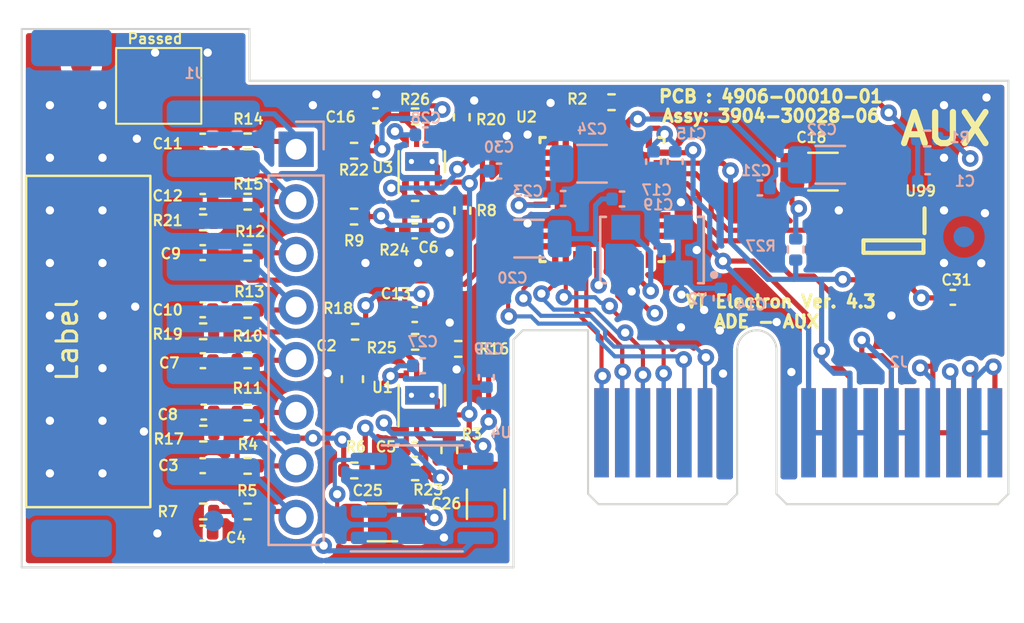
<source format=kicad_pcb>
(kicad_pcb (version 20221018) (generator pcbnew)
  (layers (0 "F.Cu" signal) (1 "In1.Cu" signal) (2 "In2.Cu" signal) (31 "B.Cu" signal) (34 "B.Paste" user) (35 "F.Paste" user) (36 "B.SilkS" user "B.Silkscreen") (37 "F.SilkS" user "F.Silkscreen") (38 "B.Mask" user) (39 "F.Mask" user) (44 "Edge.Cuts" user))
  (net 0 "")
  (net 1 "GND")
  (net 2 "+3V3")
  (net 3 "/AVDDOUT")
  (net 4 "/DVDDOUT")
  (net 5 "/REF")
  (net 6 "/IRP")
  (net 7 "/ISP")
  (net 8 "/ITP")
  (net 9 "/INP")
  (net 10 "/UR+")
  (net 11 "/US+")
  (net 12 "/PM1")
  (net 13 "/RSP")
  (net 14 "/RSM")
  (net 15 "/RTP")
  (net 16 "/RTM")
  (net 17 "/RRP")
  (net 18 "/RRM")
  (net 19 "/RNP")
  (net 20 "/RNM")
  (net 21 "/UT+")
  (net 22 "/ADE_Reset")
  (net 23 "/O_IN")
  (net 24 "/O_OUT")
  (net 25 "/IRQ2")
  (net 26 "/IRQ1")
  (net 30 "/SCLK")
  (net 31 "/MISO")
  (net 32 "/MOSI")
  (net 33 "/SS")
  (net 34 "/READY")
  (net 35 "/RN")
  (net 36 "/RT")
  (net 37 "Net-(C4-Pad1)")
  (net 38 "Net-(C5-Pad2)")
  (net 39 "Net-(C6-Pad2)")
  (net 40 "Net-(C8-Pad1)")
  (net 41 "Net-(C10-Pad1)")
  (net 42 "Net-(C12-Pad1)")
  (net 43 "Net-(C13-Pad2)")
  (net 44 "Net-(C16-Pad2)")
  (net 45 "/RS")
  (net 46 "/RR")
  (net 47 "Net-(R3-Pad1)")
  (net 48 "Net-(R8-Pad1)")
  (net 49 "Net-(R16-Pad1)")
  (net 50 "Net-(R20-Pad1)")
  (net 51 "/UM")
  (net 52 "/C+")
  (net 53 "/UR-")
  (net 54 "/US-")
  (net 55 "/UT-")
  (net 56 "/C-")
  (net 59 "/SYN")
  (footprint "Resistor_SMD:R_0402_1005Metric" (layer "F.Cu") (at -1 -27.39)
    (fp_text reference "R25")
    (fp_text value "137K")
  )
  (footprint "Resistor_SMD:R_0402_1005Metric" (layer "F.Cu") (at -3.9 -27.88 180)
    (fp_text reference "R18")
    (fp_text value "30K")
  )
  (footprint "Resistor_SMD:R_0402_1005Metric" (layer "F.Cu") (at -9.09 -19.2)
    (fp_text reference "R5")
    (fp_text value "0")
  )
  (footprint "Capacitor_SMD:C_0402_1005Metric" (layer "F.Cu") (at -11.26 -37.08 180)
    (fp_text reference "C11")
    (fp_text value "22n")
  )
  (footprint "Capacitor_SMD:C_0402_1005Metric" (layer "F.Cu") (at -1.02 -28.71)
    (fp_text reference "C13")
    (fp_text value "100n")
  )
  (footprint "Capacitor_SMD:C_0402_1005Metric" (layer "F.Cu") (at -11.26 -21.41 180)
    (fp_text reference "C3")
    (fp_text value "22n")
  )
  (footprint "Fiducial:Fiducial_1mm_Mask2mm" (layer "F.Cu") (at 25.908 -27.7622)
    (fp_text reference "FID1" hide)
    (fp_text value "Fiducial" hide)
  )
  (footprint "Resistor_SMD:R_0402_1005Metric" (layer "F.Cu") (at -3.95 -33.44 180)
    (fp_text reference "R9")
    (fp_text value "30K")
  )
  (footprint "Capacitor_SMD:C_1206_3216Metric" (layer "F.Cu") (at 2.41 -19.55 90)
    (fp_text reference "C26")
    (fp_text value "10u" hide)
  )
  (footprint "Resistor_SMD:R_0402_1005Metric" (layer "F.Cu") (at 1.25 -38.24 90)
    (fp_text reference "R20")
    (fp_text value "0")
  )
  (footprint "Capacitor_SMD:C_0603_1608Metric" (layer "F.Cu") (at -4.03 -25.59 90)
    (fp_text reference "C2")
    (fp_text value "100n")
  )
  (footprint "Capacitor_SMD:C_0402_1005Metric" (layer "F.Cu") (at -11.25 -26.48 180)
    (fp_text reference "C7")
    (fp_text value "22n")
  )
  (footprint "Resistor_SMD:R_0402_1005Metric" (layer "F.Cu") (at -3.94 -21.18 180)
    (fp_text reference "R6")
    (fp_text value "30K")
  )
  (footprint "Resistor_SMD:R_0402_1005Metric" (layer "F.Cu") (at 1.28 -33.73 -90)
    (fp_text reference "R8")
    (fp_text value "0")
  )
  (footprint "Capacitor_SMD:C_0402_1005Metric" (layer "F.Cu") (at -11.26 -18.15 180)
    (fp_text reference "C4")
    (fp_text value "DNP")
  )
  (footprint "Symbol:Eticheta" (layer "F.Cu") (at -16.7894 -27.4066 90)
    (fp_text reference "TP1" hide)
    (fp_text value "Eticheta" hide)
  )
  (footprint "Fiducial:Fiducial_1mm_Mask2mm" (layer "F.Cu") (at -17.1196 -40.767)
    (fp_text reference "FID4" hide)
    (fp_text value "Fiducial" hide)
  )
  (footprint "Resistor_SMD:R_0402_1005Metric" (layer "F.Cu") (at -1 -38.28)
    (fp_text reference "R26")
    (fp_text value "137K")
  )
  (footprint "Capacitor_SMD:C_0402_1005Metric" (layer "F.Cu") (at -2.92 -38.31 180)
    (fp_text reference "C16")
    (fp_text value "100n")
  )
  (footprint "Resistor_SMD:R_0402_1005Metric" (layer "F.Cu") (at -9.09 -21.4)
    (fp_text reference "R4")
    (fp_text value "100")
  )
  (footprint "Capacitor_SMD:C_0402_1005Metric" (layer "F.Cu") (at -11.26 -34.17 180)
    (fp_text reference "C12")
    (fp_text value "DNP")
  )
  (footprint "Resistor_SMD:R_0402_1005Metric" (layer "F.Cu") (at -9.09 -23.98)
    (fp_text reference "R11")
    (fp_text value "0")
  )
  (footprint "Resistor_SMD:R_0402_1005Metric" (layer "F.Cu") (at -1 -33.82)
    (fp_text reference "R24")
    (fp_text value "137K")
  )
  (footprint "Resistor_SMD:R_0402_1005Metric" (layer "F.Cu") (at -9.09 -37.07)
    (fp_text reference "R14")
    (fp_text value "100")
  )
  (footprint "Resistor_SMD:R_0402_1005Metric" (layer "F.Cu") (at -1 -21.09)
    (fp_text reference "R23")
    (fp_text value "137K")
  )
  (footprint "Capacitor_SMD:C_1206_3216Metric" (layer "F.Cu") (at 18.6944 -35.6108)
    (fp_text reference "C18")
    (fp_text value "10u")
  )
  (footprint "Resistor_SMD:R_0402_1005Metric" (layer "F.Cu") (at -9.09 -26.5)
    (fp_text reference "R10")
    (fp_text value "100")
  )
  (footprint "Resistor_SMD:R_0402_1005Metric" (layer "F.Cu") (at -9.09 -34.16)
    (fp_text reference "R15")
    (fp_text value "0")
  )
  (footprint "Resistor_SMD:R_0402_1005Metric" (layer "F.Cu") (at -11.24 -33.16 180)
    (fp_text reference "R21")
    (fp_text value "0")
  )
  (footprint "Capacitor_SMD:C_0402_1005Metric" (layer "F.Cu") (at -1.02 -32.75)
    (fp_text reference "C6")
    (fp_text value "100n")
  )
  (footprint "Resistor_SMD:R_0402_1005Metric" (layer "F.Cu") (at -11.23 -22.96 180)
    (fp_text reference "R17")
    (fp_text value "0")
  )
  (footprint "Resistor_SMD:R_0402_1005Metric" (layer "F.Cu") (at -11.24 -19.2 180)
    (fp_text reference "R7")
    (fp_text value "0")
  )
  (footprint "Package_SON:WSON-8-1EP_2x2mm_P0.5mm_EP0.9x1.6mm_ThermalVias" (layer "F.Cu") (at -0.68 -36.1 90)
    (fp_text reference "U3")
    (fp_text value "TLV2186IDSGR" hide)
  )
  (footprint "Capacitor_SMD:C_0402_1005Metric" (layer "F.Cu") (at -11.26 -31.7 180)
    (fp_text reference "C9")
    (fp_text value "22n")
  )
  (footprint "Capacitor_SMD:C_0402_1005Metric" (layer "F.Cu") (at -11.26 -28.94 180)
    (fp_text reference "C10")
    (fp_text value "DNP")
  )
  (footprint "Resistor_SMD:R_0402_1005Metric" (layer "F.Cu") (at 1.08 -27.05)
    (fp_text reference "R16")
    (fp_text value "0")
  )
  (footprint "Package_QFP:ADE9430" (layer "F.Cu") (at 8.0264 -34.2646 -90)
    (fp_text reference "U2")
    (fp_text value "ADE9430")
  )
  (footprint "Capacitor_SMD:C_0402_1005Metric" (layer "F.Cu") (at -1.02 -22.2)
    (fp_text reference "C5")
    (fp_text value "100n")
  )
  (footprint "Resistor_SMD:R_0402_1005Metric" (layer "F.Cu") (at -3.95 -36.62 180)
    (fp_text reference "R22")
    (fp_text value "30K")
  )
  (footprint "Resistor_SMD:R_0402_1005Metric" (layer "F.Cu") (at -9.09 -31.69)
    (fp_text reference "R12")
    (fp_text value "100")
  )
  (footprint "Package_SON:WSON-8-1EP_2x2mm_P0.5mm_EP0.9x1.6mm_ThermalVias" (layer "F.Cu") (at -0.68 -24.81 90)
    (fp_text reference "U1")
    (fp_text value "TLV2186IDSGR")
  )
  (footprint "Resistor_SMD:R_0402_1005Metric" (layer "F.Cu") (at 0.65 -22.17 -90)
    (fp_text reference "R3")
    (fp_text value "0")
  )
  (footprint "Resistor_SMD:R_0402_1005Metric" (layer "F.Cu") (at -11.24 -27.9 180)
    (fp_text reference "R19")
    (fp_text value "0")
  )
  (footprint "Resistor_SMD:R_0402_1005Metric" (layer "F.Cu") (at 8.4836 -38.9636 180)
    (fp_text reference "R2")
    (fp_text value "1k" hide)
  )
  (footprint "Capacitor_SMD:C_0402_1005Metric" (layer "F.Cu") (at 24.9682 -29.5402 180)
    (fp_text reference "C31")
    (fp_text value "100n" hide)
  )
  (footprint "Resistor_SMD:R_0402_1005Metric" (layer "F.Cu") (at -9.09 -28.93)
    (fp_text reference "R13")
    (fp_text value "0")
  )
  (footprint "Capacitor_SMD:C_1206_3216Metric" (layer "F.Cu") (at -2.58 -18.67 180)
    (fp_text reference "C25")
    (fp_text value "10u" hide)
  )
  (footprint "Buffer3S:Buffer3S" (layer "F.Cu") (at 22.1 -31.99 -90)
    (fp_text reference "U99")
    (fp_text value "NC7SZ126M5X" hide)
  )
  (footprint "Capacitor_SMD:C_0402_1005Metric" (layer "F.Cu") (at -11.21 -24 180)
    (fp_text reference "C8")
    (fp_text value "DNP")
  )
  (footprint "Fiducial:Fiducial_1mm_Mask2mm" (layer "B.Cu") (at -10.7442 -18.7452 180)
    (fp_text reference "FID3" hide)
    (fp_text value "Fiducial" hide)
  )
  (footprint "Capacitor_SMD:C_1206_3216Metric" (layer "B.Cu") (at 4.5 -32.375 180)
    (fp_text reference "C20")
    (fp_text value "10u")
  )
  (footprint "Oscillator:OSC_ECS-5032MV-245.7-BN-TR" (layer "B.Cu") (at 10.4375 -31.825 180)
    (fp_text reference "Y2")
    (fp_text value "ECS-5032MV-245.7-BN-TR")
  )
  (footprint "Connector_JST:A2501-SR08-XH8AWB" (layer "B.Cu") (at -14.35 -29.75 90)
    (fp_text reference "J1")
    (fp_text value "MUAS100-8-C-E")
  )
  (footprint "Connector_PinHeader_2.54mm:PinHeader_1x08_P2.54mm_Vertical" (layer "B.Cu") (at -6.7502 -36.69298 180)
    (fp_text reference "J15" hide)
    (fp_text value "MUAS100-8-C-E")
  )
  (footprint "Capacitor_SMD:C_0402_1005Metric" (layer "B.Cu") (at -0.508 -37.3888 180)
    (fp_text reference "C28")
    (fp_text value "100n" hide)
  )
  (footprint "Capacitor_SMD:C_0402_1005Metric" (layer "B.Cu") (at 3.0506 -35.6362 180)
    (fp_text reference "C30")
    (fp_text value "100n" hide)
  )
  (footprint "Capacitor_SMD:C_0402_1005Metric" (layer "B.Cu") (at 6.1468 -34.3154)
    (fp_text reference "C23")
    (fp_text value "100n")
  )
  (footprint "Capacitor_SMD:C_0402_1005Metric" (layer "B.Cu") (at 11.557 -36.0934 -90)
    (fp_text reference "C15")
    (fp_text value "100n" hide)
  )
  (footprint "Resistor_SMD:R_0402_1005Metric" (layer "B.Cu") (at 23.729 -37.211)
    (fp_text reference "R1")
    (fp_text value "1k")
  )
  (footprint "Capacitor_SMD:C_1206_3216Metric" (layer "B.Cu") (at 19.05 -35.941)
    (fp_text reference "C22")
    (fp_text value "10u")
  )
  (footprint "Capacitor_SMD:C_0402_1005Metric" (layer "B.Cu") (at -0.6324 -26.2382 180)
    (fp_text reference "C27")
    (fp_text value "100n" hide)
  )
  (footprint "Capacitor_SMD:C_0402_1005Metric" (layer "B.Cu") (at 23.749 -35.1282)
    (fp_text reference "C1")
    (fp_text value "22n")
  )
  (footprint "Connector_PCBEdge:BUS_PCIexpress_x1" (layer "B.Cu") (at 27 -23 180)
    (fp_text reference "J2")
    (fp_text value "Bus_PCI_Express_x1_MOD")
    (fp_line (start -0.65 -2.95) (end -0.15 -3.45) (stroke (width 0.1)) (layer "Edge.Cuts"))
    (fp_line (start -0.65 4.95) (end -0.65 -2.95) (stroke (width 0.1)) (layer "Edge.Cuts"))
    (fp_line (start -0.15 -3.45) (end 10.05 -3.45) (stroke (width 0.1)) (layer "Edge.Cuts"))
    (fp_line (start 10.55 -2.95) (end 10.05 -3.45) (stroke (width 0.1)) (layer "Edge.Cuts"))
    (fp_line (start 10.55 4) (end 10.55 -2.95) (stroke (width 0.1)) (layer "Edge.Cuts"))
    (fp_line (start 12.45 -2.95) (end 12.95 -3.45) (stroke (width 0.1)) (layer "Edge.Cuts"))
    (fp_line (start 12.45 4) (end 12.45 -2.95) (stroke (width 0.1)) (layer "Edge.Cuts"))
    (fp_line (start 12.95 -3.45) (end 19.15 -3.45) (stroke (width 0.1)) (layer "Edge.Cuts"))
    (fp_line (start 19.65 -2.95) (end 19.15 -3.45) (stroke (width 0.1)) (layer "Edge.Cuts"))
    (fp_line (start 19.65 4.95) (end 19.65 -2.95) (stroke (width 0.1)) (layer "Edge.Cuts"))
    (fp_arc (start 12.45 4) (mid 11.5 4.95) (end 10.55 4) (stroke (width 0.1)) (layer "Edge.Cuts"))
  )
  (footprint "Capacitor_SMD:C_0402_1005Metric" (layer "B.Cu") (at 10.5156 -36.0934 -90)
    (fp_text reference "C17")
    (fp_text value "100n")
  )
  (footprint "Capacitor_SMD:C_0402_1005Metric" (layer "B.Cu") (at 13.775 -29.5 -90)
    (fp_text reference "C14")
    (fp_text value "100n")
  )
  (footprint "Resistor_SMD:R_0402_1005Metric" (layer "B.Cu") (at 17.38 -31.85 -90)
    (fp_text reference "R27")
    (fp_text value "30K" hide)
  )
  (footprint "Capacitor_SMD:C_0402_1005Metric" (layer "B.Cu") (at 2.4384 -25.6794 -90)
    (fp_text reference "C29")
    (fp_text value "100n" hide)
  )
  (footprint "Capacitor_SMD:C_0402_1005Metric" (layer "B.Cu") (at 8.9916 -34.29)
    (fp_text reference "C19")
    (fp_text value "100n")
  )
  (footprint "Package_SO:SO-8_3.9x4.9mm_P1.27mm" (layer "B.Cu") (at -0.66 -19.83)
    (fp_text reference "U4")
    (fp_text value "MC7660DR2")
  )
  (footprint "Fiducial:Fiducial_1mm_Mask2mm" (layer "B.Cu") (at 25.5016 -32.4612 180)
    (fp_text reference "FID2" hide)
    (fp_text value "Fiducial" hide)
  )
  (footprint "Capacitor_SMD:C_1206_3216Metric" (layer "B.Cu") (at 7.5438 -35.9918)
    (fp_text reference "C24")
    (fp_text value "10u")
  )
  (footprint "Capacitor_SMD:C_0402_1005Metric" (layer "B.Cu") (at 15.6464 -34.8234 180)
    (fp_text reference "C21")
    (fp_text value "100n")
  )
  (gr_rect (start -15.4432 -41.5798) (end -11.3284 -37.9222) (stroke (width 0.1)) (fill none) (layer "F.SilkS"))
  (gr_line (start 3.8 -27.55) (end 4.2 -27.95) (stroke (width 0.1)) (layer "Edge.Cuts"))
  (gr_line (start -20 -42.5) (end -20 -16.5) (stroke (width 0.1)) (layer "Edge.Cuts"))
  (gr_line (start 27.65 -27.95) (end 27.65 -40) (stroke (width 0.1)) (layer "Edge.Cuts"))
  (gr_line (start -9 -42.5) (end -20 -42.5) (stroke (width 0.1)) (layer "Edge.Cuts"))
  (gr_line (start -20 -16.5) (end 3.75 -16.5) (stroke (width 0.1)) (layer "Edge.Cuts"))
  (gr_line (start -9 -40) (end 27.65 -40) (stroke (width 0.1)) (layer "Edge.Cuts"))
  (gr_line (start -9 -42.5) (end -9 -40) (stroke (width 0.1)) (layer "Edge.Cuts"))
  (gr_line (start 7.35 -27.95) (end 4.2 -27.95) (stroke (width 0.1)) (layer "Edge.Cuts"))
  (gr_line (start 3.75 -27.5) (end 3.75 -16.5) (stroke (width 0.1)) (layer "Edge.Cuts"))
  (gr_line (start 3.8 -27.55) (end 3.75 -27.5) (stroke (width 0.1)) (layer "Edge.Cuts"))
  (gr_text "AUX\n" (at 24.6126 -37.6682) (layer "F.SilkS") (effects (font (size 1.5 1.5) (thickness 0.3))))
  (gr_text "VT Electron Ver. 4.3\n   ADE - AUX" (at 11.9888 -28.8544) (layer "F.SilkS") (effects (font (size 0.6 0.6)) (justify left)))
  (gr_text "PCB : 4906-00010-01" (at 16.1798 -39.243) (layer "F.SilkS") (effects (font (size 0.6 0.6))))
  (gr_text "Label\n" (at -17.8054 -27.4828 90) (layer "F.SilkS") (effects (font (size 1 1))))
  (gr_text "Passed" (at -13.5636 -42.037) (layer "F.SilkS") (effects (font (size 0.5 0.5) (thickness 0.1))))
  (gr_text "Assy: 3904-30028-06" (at 16.1798 -38.3032) (layer "F.SilkS") (effects (font (size 0.6 0.6))))
  (segment (start 0.39 -17.94) (end 2.275 -17.94) (width 0.25) (layer "F.Cu") (net 1))
  (segment (start 5.1308 -33.02) (end 4.4196 -33.02) (width 0.25) (layer "F.Cu") (net 1))
  (segment (start 1.38 -28.32) (end 0.67 -28.32) (width 0.25) (layer "F.Cu") (net 1))
  (segment (start -11.69 -24) (end -11.69 -23.01) (width 0.25) (layer "F.Cu") (net 1))
  (segment (start 9.271 -33.02) (end 8.0264 -34.2646) (width 0.25) (layer "F.Cu") (net 1))
  (segment (start -11.75 -33.16) (end -11.75 -34.16) (width 0.25) (layer "F.Cu") (net 1))
  (segment (start 4.4196 -33.102647) (end 4.428453 -33.1115) (width 0.25) (layer "F.Cu") (net 1))
  (segment (start -13.44 -18.15) (end -13.45 -18.14) (width 0.25) (layer "F.Cu") (net 1))
  (segment (start -11.73 -27.88) (end -11.75 -27.9) (width 0.25) (layer "F.Cu") (net 1))
  (segment (start 8.7884 -37.1602) (end 8.7884 -35.0266) (width 0.25) (layer "F.Cu") (net 1))
  (segment (start 6.7818 -37.986704) (end 6.7818 -37.1602) (width 0.25) (layer "F.Cu") (net 1))
  (segment (start 0.94 -18.49) (end 0.39 -17.94) (width 0.25) (layer "F.Cu") (net 1))
  (segment (start 1.69 -39.19) (end 1.85 -39.19) (width 0.25) (layer "F.Cu") (net 1))
  (segment (start 5.1308 -33.02) (end 6.7818 -33.02) (width 0.25) (layer "F.Cu") (net 1))
  (segment (start 6.2738 -36.0172) (end 8.0264 -34.2646) (width 0.25) (layer "F.Cu") (net 1))
  (segment (start 8.2804 -34.0106) (end 8.0264 -34.2646) (width 0.25) (layer "F.Cu") (net 1))
  (segment (start -11.74 -31.7) (end -11.74 -33.15) (width 0.25) (layer "F.Cu") (net 1))
  (segment (start 8.7884 -35.0266) (end 8.0264 -34.2646) (width 0.25) (layer "F.Cu") (net 1))
  (segment (start 9.457677 -29.842323) (end 9.271 -30.029) (width 0.25) (layer "F.Cu") (net 1))
  (segment (start -11.74 -34.17) (end -11.74 -37.08) (width 0.25) (layer "F.Cu") (net 1))
  (segment (start -14 -22.96) (end -14.1 -23.06) (width 0.25) (layer "F.Cu") (net 1))
  (segment (start -11.69 -23.01) (end -11.74 -22.96) (width 0.25) (layer "F.Cu") (net 1))
  (segment (start 1.28 -33.22) (end 1.28 -32.31) (width 0.25) (layer "F.Cu") (net 1))
  (segment (start 9.779 -36.0172) (end 8.0264 -34.2646) (width 0.25) (layer "F.Cu") (net 1))
  (segment (start 2.275 -17.94) (end 2.41 -18.075) (width 0.25) (layer "F.Cu") (net 1))
  (segment (start -11.74 -19.21) (end -11.75 -19.2) (width 0.25) (layer "F.Cu") (net 1))
  (segment (start 5.84 -38.93) (end 5.54 -38.93) (width 0.25) (layer "F.Cu") (net 1))
  (segment (start 1.59 -27.05) (end 1.59 -28.11) (width 0.25) (layer "F.Cu") (net 1))
  (segment (start 6.118504 -38.651496) (end 5.84 -38.93) (width 0.25) (layer "F.Cu") (net 1))
  (segment (start 1.59 -27.05) (end 1.59 -26.58) (width 0.25) (layer "F.Cu") (net 1))
  (segment (start 17 -23) (end 17 -25.763) (width 0.25) (layer "F.Cu") (net 1))
  (segment (start -11.74 -22.96) (end -14 -22.96) (width 0.25) (layer "F.Cu") (net 1))
  (segment (start 0.94 -21) (end 0.94 -18.49) (width 0.25) (layer "F.Cu") (net 1))
  (segment (start 14 -23) (end 14 -25.7256) (width 0.25) (layer "F.Cu") (net 1))
  (segment (start 4.4196 -33.02) (end 4.4196 -33.102647) (width 0.25) (layer "F.Cu") (net 1))
  (segment (start 9.271 -31.369) (end 9.271 -33.02) (width 0.25) (layer "F.Cu") (net 1))
  (segment (start 8.7884 -37.1602) (end 8.7884 -38.7584) (width 0.25) (layer "F.Cu") (net 1))
  (segment (start 17 -25.763) (end 17.1704 -25.9334) (width 0.25) (layer "F.Cu") (net 1))
  (segment (start -4.745 -26.365) (end -5.23 -25.88) (width 0.25) (layer "F.Cu") (net 1))
  (segment (start 9.271 -30.029) (end 9.271 -31.369) (width 0.25) (layer "F.Cu") (net 1))
  (segment (start 5.1308 -33.5026) (end 7.2644 -33.5026) (width 0.25) (layer "F.Cu") (net 1))
  (segment (start 0.65 -21.66) (end 0.65 -21.287693) (width 0.25) (layer "F.Cu") (net 1))
  (segment (start 9.779 -37.1602) (end 9.779 -36.0172) (width 0.25) (layer "F.Cu") (net 1))
  (segment (start 8.7884 -38.7584) (end 8.9936 -38.9636) (width 0.25) (layer "F.Cu") (net 1))
  (segment (start 6.118504 -38.65) (end 6.118504 -38.651496) (width 0.25) (layer "F.Cu") (net 1))
  (segment (start 4.6698 -37.1602) (end 4.43 -37.4) (width 0.25) (layer "F.Cu") (net 1))
  (segment (start -11.69 -24) (end -11.69 -26.44) (width 0.25) (layer "F.Cu") (net 1))
  (segment (start -11.75 -27.9) (end -11.75 -28.93) (width 0.25) (layer "F.Cu") (net 1))
  (segment (start 5.1308 -34.5186) (end 7.7724 -34.5186) (width 0.25) (layer "F.Cu") (net 1))
  (segment (start -4.03 -26.365) (end -4.745 -26.365) (width 0.25) (layer "F.Cu") (net 1))
  (segment (start -11.74 -37.08) (end -14.32 -37.08) (width 0.25) (layer "F.Cu") (net 1))
  (segment (start 1.85 -39.19) (end 1.85 -39.0455) (width 0.25) (layer "F.Cu") (net 1))
  (segment (start -11.69 -26.44) (end -11.73 -26.48) (width 0.25) (layer "F.Cu") (net 1))
  (segment (start 1.59 -28.11) (end 1.38 -28.32) (width 0.25) (layer "F.Cu") (net 1))
  (segment (start -11.75 -19.2) (end -11.75 -18.16) (width 0.25) (layer "F.Cu") (net 1))
  (segment (start 8.2804 -31.369) (end 8.2804 -34.0106) (width 0.25) (layer "F.Cu") (net 1))
  (segment (start -11.74 -21.41) (end -11.74 -19.21) (width 0.25) (layer "F.Cu") (net 1))
  (segment (start 5.7658 -37.1602) (end 4.6698 -37.1602) (width 0.25) (layer "F.Cu") (net 1))
  (segment (start 1.59 -26.58) (end 1.07 -26.06) (width 0.25) (layer "F.Cu") (net 1))
  (segment (start -11.73 -26.48) (end -11.73 -27.88) (width 0.25) (layer "F.Cu") (net 1))
  (segment (start 0.937693 -21) (end 0.94 -21) (width 0.25) (layer "F.Cu") (net 1))
  (segment (start -11.75 -28.93) (end -11.74 -28.94) (width 0.25) (layer "F.Cu") (net 1))
  (segment (start 7.2644 -35.0266) (end 8.0264 -34.2646) (width 0.25) (layer "F.Cu") (net 1))
  (segment (start 6.7818 -33.02) (end 8.0264 -34.2646) (width 0.25) (layer "F.Cu") (net 1))
  (segment (start -11.75 -34.16) (end -11.74 -34.17) (width 0.25) (layer "F.Cu") (net 1))
  (segment (start -11.74 -33.15) (end -11.75 -33.16) (width 0.25) (layer "F.Cu") (net 1))
  (segment (start -11.74 -22.96) (end -11.74 -21.41) (width 0.25) (layer "F.Cu") (net 1))
  (segment (start 0.65 -21.287693) (end 0.937693 -21) (width 0.25) (layer "F.Cu") (net 1))
  (segment (start 6.118504 -38.65) (end 6.7818 -37.986704) (width 0.25) (layer "F.Cu") (net 1))
  (segment (start -11.75 -18.16) (end -11.74 -18.15) (width 0.25) (layer "F.Cu") (net 1))
  (segment (start 14 -25.7256) (end 13.8684 -25.8572) (width 0.25) (layer "F.Cu") (net 1))
  (segment (start 1.07 -26.06) (end 1.001 -26.06) (width 0.25) (layer "F.Cu") (net 1))
  (segment (start 7.7724 -34.5186) (end 8.0264 -34.2646) (width 0.25) (layer "F.Cu") (net 1))
  (segment (start 5.1308 -35.0266) (end 7.2644 -35.0266) (width 0.25) (layer "F.Cu") (net 1))
  (segment (start -14.37 -28.94) (end -14.52 -29.09) (width 0.25) (layer "F.Cu") (net 1))
  (segment (start 9.457677 -29.8255) (end 9.457677 -29.842323) (width 0.25) (layer "F.Cu") (net 1))
  (segment (start -11.74 -28.94) (end -11.74 -31.7) (width 0.25) (layer "F.Cu") (net 1))
  (segment (start 1.28 -32.31) (end 0.66 -31.69) (width 0.25) (layer "F.Cu") (net 1))
  (segment (start 1.25 -38.75) (end 1.69 -39.19) (width 0.25) (layer "F.Cu") (net 1))
  (segment (start -11.74 -28.94) (end -14.37 -28.94) (width 0.25) (layer "F.Cu") (net 1))
  (segment (start -14.32 -37.08) (end -14.44 -37.2) (width 0.25) (layer "F.Cu") (net 1))
  (segment (start 5.1308 -36.0172) (end 6.2738 -36.0172) (width 0.25) (layer "F.Cu") (net 1))
  (segment (start -11.74 -18.15) (end -13.44 -18.15) (width 0.25) (layer "F.Cu") (net 1))
  (via (at -11.02 -41.36) (size 0.8) (drill 0.4) (layers "F.Cu" "B.Cu") (net 1))
  (via (at 26.5938 -39.1922) (size 0.8) (drill 0.4) (layers "F.Cu" "B.Cu") (net 1))
  (via (at -18.64 -36.28) (size 0.8) (drill 0.4) (layers "F.Cu" "B.Cu") (net 1))
  (via (at -16.1 -33.74) (size 0.8) (drill 0.4) (layers "F.Cu" "B.Cu") (net 1))
  (via (at 16.4592 -28.3464) (size 0.8) (drill 0.4) (layers "F.Cu" "B.Cu") (net 1))
  (via (at -5.94 -38.82) (size 0.8) (drill 0.4) (layers "F.Cu" "B.Cu") (net 1))
  (via (at 4.43 -37.4) (size 0.8) (drill 0.4) (layers "F.Cu" "B.Cu") (net 1))
  (via (at -3.4 -31.2) (size 0.8) (drill 0.4) (layers "F.Cu" "B.Cu") (net 1))
  (via (at -14.44 -37.2) (size 0.8) (drill 0.4) (layers "F.Cu" "B.Cu") (net 1))
  (via (at -14.1 -23.06) (size 0.8) (drill 0.4) (layers "F.Cu" "B.Cu") (net 1))
  (via (at -18.64 -28.66) (size 0.8) (drill 0.4) (layers "F.Cu" "B.Cu") (net 1))
  (via (at 24.54 -33.74) (size 0.8) (drill 0.4) (layers "F.Cu" "B.Cu") (net 1))
  (via (at -18.64 -26.12) (size 0.8) (drill 0.4) (layers "F.Cu" "B.Cu") (net 1))
  (via (at 26.3398 -31.1912) (size 0.8) (drill 0.4) (layers "F.Cu" "B.Cu") (net 1))
  (via (at 4.428453 -33.1115) (size 0.8) (drill 0.4) (layers "F.Cu" "B.Cu") (net 1))
  (via (at 17.1704 -25.9334) (size 0.8) (drill 0.4) (layers "F.Cu" "B.Cu") (net 1))
  (via (at -16.1 -36.28) (size 0.8) (drill 0.4) (layers "F.Cu" "B.Cu") (net 1))
  (via (at -13.45 -18.14) (size 0.8) (drill 0.4) (layers "F.Cu" "B.Cu") (net 1))
  (via (at -16.1 -23.58) (size 0.8) (drill 0.4) (layers "F.Cu" "B.Cu") (net 1))
  (via (at 24.54 -38.82) (size 0.8) (drill 0.4) (layers "F.Cu" "B.Cu") (net 1))
  (via (at 0.39 -17.94) (size 0.8) (drill 0.4) (layers "F.Cu" "B.Cu") (net 1))
  (via (at 9.457677 -29.8255) (size 0.8) (drill 0.4) (layers "F.Cu" "B.Cu") (net 1))
  (via (at 13.716 -27.94) (size 0.8) (drill 0.4) (layers "F.Cu" "B.Cu") (net 1))
  (via (at -16.1 -38.82) (size 0.8) (drill 0.4) (layers "F.Cu" "B.Cu") (net 1))
  (via (at 5.54 -38.93) (size 0.8) (drill 0.4) (layers "F.Cu" "B.Cu") (net 1))
  (via (at -13.56 -41.36) (size 0.8) (drill 0.4) (layers "F.Cu" "B.Cu") (net 1))
  (via (at -18.64 -31.2) (size 0.8) (drill 0.4) (layers "F.Cu" "B.Cu") (net 1))
  (via (at 22 -28.66) (size 0.8) (drill 0.4) (layers "F.Cu" "B.Cu") (net 1))
  (via (at 24.54 -36.28) (size 0.8) (drill 0.4) (layers "F.Cu" "B.Cu") (net 1))
  (via (at -16.1 -31.2) (size 0.8) (drill 0.4) (layers "F.Cu" "B.Cu") (net 1))
  (via (at -18.64 -21.04) (size 0.8) (drill 0.4) (layers "F.Cu" "B.Cu") (net 1))
  (via (at -2.8702 -39.3446) (size 0.8) (drill 0.4) (layers "F.Cu" "B.Cu") (net 1))
  (via (at 12.5984 -31.8262) (size 0.8) (drill 0.4) (layers "F.Cu" "B.Cu") (net 1))
  (via (at -16.1 -26.12) (size 0.8) (drill 0.4) (layers "F.Cu" "B.Cu") (net 1))
  (via (at 13.8684 -25.8572) (size 0.8) (drill 0.4) (layers "F.Cu" "B.Cu") (net 1))
  (via (at 24.54 -31.2) (size 0.8) (drill 0.4) (layers "F.Cu" "B.Cu") (net 1))
  (via (at 11.8364 -28.0924) (size 0.8) (drill 0.4) (layers "F.Cu" "B.Cu") (net 1))
  (via (at -18.64 -33.74) (size 0.8) (drill 0.4) (layers "F.Cu" "B.Cu") (net 1))
  (via (at 12.954 -28.9306) (size 0.8) (drill 0.4) (layers "F.Cu" "B.Cu") (net 1))
  (via (at 1.001 -26.06) (size 0.8) (drill 0.4) (layers "F.Cu" "B.Cu") (net 1))
  (via (at 3.429 -37.338) (size 0.8) (drill 0.4) (layers "F.Cu" "B.Cu") (net 1))
  (via (at 0.67 -28.32) (size 0.8) (drill 0.4) (layers "F.Cu" "B.Cu") (net 1))
  (via (at -16.1 -21.04) (size 0.8) (drill 0.4) (layers "F.Cu" "B.Cu") (net 1))
  (via (at 19.46 -33.74) (size 0.8) (drill 0.4) (layers "F.Cu" "B.Cu") (net 1))
  (via (at 11.8364 -34.1376) (size 0.8) (drill 0.4) (layers "F.Cu" "B.Cu") (net 1))
  (via (at -5.23 -25.88) (size 0.8) (drill 0.4) (layers "F.Cu" "B.Cu") (net 1))
  (via (at 0.66 -31.69) (size 0.8) (drill 0.4) (layers "F.Cu" "B.Cu") (net 1))
  (via (at -18.64 -38.82) (size 0.8) (drill 0.4) (layers "F.Cu" "B.Cu") (net 1))
  (via (at -16.1 -28.66) (size 0.8) (drill 0.4) (layers "F.Cu" "B.Cu") (net 1))
  (via (at -0.86 -31.2) (size 0.8) (drill 0.4) (layers "F.Cu" "B.Cu") (net 1))
  (via (at 1.85 -39.0455) (size 0.8) (drill 0.4) (layers "F.Cu" "B.Cu") (net 1))
  (via (at -18.64 -23.58) (size 0.8) (drill 0.4) (layers "F.Cu" "B.Cu") (net 1))
  (via (at 26.5176 -33.6042) (size 0.8) (drill 0.4) (layers "F.Cu" "B.Cu") (net 1))
  (via (at -14.52 -29.09) (size 0.8) (drill 0.4) (layers "F.Cu" "B.Cu") (net 1))
  (segment (start 3.0506 -26.1594) (end 2.4384 -26.1594) (width 0.25) (layer "B.Cu") (net 1))
  (segment (start 3.3528 -20.9042) (end 3.3528 -25.8572) (width 0.25) (layer "B.Cu") (net 1))
  (segment (start 3.3528 -25.8572) (end 3.0506 -26.1594) (width 0.25) (layer "B.Cu") (net 1))
  (segment (start 6.7404 -34.3154) (end 8.4168 -35.9918) (width 0.25) (layer "B.Cu") (net 1))
  (segment (start 13.775 -29.02) (end 13.0434 -29.02) (width 0.25) (layer "B.Cu") (net 1))
  (segment (start 9.1675 -30.725) (end 9.1675 -30.115677) (width 0.25) (layer "B.Cu") (net 1))
  (segment (start 2.9136 -20.465) (end 3.3528 -20.9042) (width 0.25) (layer "B.Cu") (net 1))
  (segment (start 17 -23) (end 17 -25.763) (width 0.25) (layer "B.Cu") (net 1))
  (segment (start 3.025 -32.375) (end 3.691953 -32.375) (width 0.25) (layer "B.Cu") (net 1))
  (segment (start 14 -23) (end 14 -25.7256) (width 0.25) (layer "B.Cu") (net 1))
  (segment (start -0.1524 -26.2382) (end 0.8228 -26.2382) (width 0.25) (layer "B.Cu") (net 1))
  (segment (start 1.915 -20.465) (end 2.9136 -20.465) (width 0.25) (layer "B.Cu") (net 1))
  (segment (start 13.0434 -29.02) (end 12.954 -28.9306) (width 0.25) (layer "B.Cu") (net 1))
  (segment (start 14 -25.7256) (end 13.8684 -25.8572) (width 0.25) (layer "B.Cu") (net 1))
  (segment (start 17 -25.763) (end 17.1704 -25.9334) (width 0.25) (layer "B.Cu") (net 1))
  (segment (start 3.691953 -32.375) (end 4.428453 -33.1115) (width 0.25) (layer "B.Cu") (net 1))
  (segment (start 6.6268 -34.3154) (end 6.7404 -34.3154) (width 0.25) (layer "B.Cu") (net 1))
  (segment (start 8.4168 -35.9918) (end 9.0188 -35.9918) (width 0.25) (layer "B.Cu") (net 1))
  (segment (start 9.4716 -35.539) (end 9.0188 -35.9918) (width 0.25) (layer "B.Cu") (net 1))
  (segment (start 9.1675 -30.925) (end 9.3 -30.925) (width 0.25) (layer "B.Cu") (net 1))
  (segment (start 9.4716 -34.29) (end 9.4716 -35.539) (width 0.25) (layer "B.Cu") (net 1))
  (segment (start 0.8228 -26.2382) (end 1.001 -26.06) (width 0.25) (layer "B.Cu") (net 1))
  (segment (start 27 -23.55) (end 27 -26.1114) (width 0.25) (layer "F.Cu") (net 2))
  (segment (start -1.43 -25.76) (end -2.17 -25.76) (width 0.25) (layer "F.Cu") (net 2))
  (segment (start 23.05 -29.909) (end 23.4442 -29.5148) (width 0.25) (layer "F.Cu") (net 2))
  (segment (start 24.4628 -29.5148) (end 24.4882 -29.5402) (width 0.25) (layer "F.Cu") (net 2))
  (segment (start 23.4442 -29.5148) (end 24.4628 -29.5148) (width 0.25) (layer "F.Cu") (net 2))
  (segment (start 10.575 -28.775) (end 10.445 -28.775) (width 0.25) (layer "F.Cu") (net 2))
  (segment (start 17.1958 -35.5872) (end 17.2194 -35.6108) (width 0.25) (layer "F.Cu") (net 2))
  (segment (start 8.7884 -29.6116) (end 8.7884 -31.369) (width 0.25) (layer "F.Cu") (net 2))
  (segment (start 26 -23) (end 26 -25.9176) (width 0.25) (layer "F.Cu") (net 2))
  (segment (start 10.287 -37.6174) (end 10.3759 -37.7063) (width 0.25) (layer "F.Cu") (net 2))
  (segment (start 9.21 -29.19) (end 8.7884 -29.6116) (width 0.25) (layer "F.Cu") (net 2))
  (segment (start 10.445 -28.775) (end 10.03 -29.19) (width 0.25) (layer "F.Cu") (net 2))
  (segment (start 26 -25.9176) (end 25.8064 -26.1112) (width 0.25) (layer "F.Cu") (net 2))
  (segment (start -3.115 -24.815) (end -2.19 -25.74) (width 0.25) (layer "F.Cu") (net 2))
  (segment (start 17.1958 -34.0868) (end 17.1958 -35.5872) (width 0.25) (layer "F.Cu") (net 2))
  (segment (start 17.526 -33.8328) (end 17.4498 -33.8328) (width 0.25) (layer "F.Cu") (net 2))
  (segment (start -4.03 -24.815) (end -3.115 -24.815) (width 0.25) (layer "F.Cu") (net 2))
  (segment (start -1.9755 -37.553372) (end -1.933372 -37.553372) (width 0.25) (layer "F.Cu") (net 2))
  (segment (start 27 -26.1114) (end 26.924 -26.1874) (width 0.25) (layer "F.Cu") (net 2))
  (segment (start 10.287 -37.1602) (end 10.287 -37.6174) (width 0.25) (layer "F.Cu") (net 2))
  (segment (start -2.17 -25.76) (end -2.19 -25.74) (width 0.25) (layer "F.Cu") (net 2))
  (segment (start -1.933372 -37.553372) (end -1.43 -37.05) (width 0.25) (layer "F.Cu") (net 2))
  (segment (start 23.05 -30.74) (end 23.05 -29.909) (width 0.25) (layer "F.Cu") (net 2))
  (segment (start 10.7687 -37.7063) (end 10.3759 -37.7063) (width 0.25) (layer "F.Cu") (net 2))
  (segment (start 17.4498 -33.8328) (end 17.1958 -34.0868) (width 0.25) (layer "F.Cu") (net 2))
  (segment (start 11.05 -37.425) (end 10.7687 -37.7063) (width 0.25) (layer "F.Cu") (net 2))
  (segment (start 10.03 -29.19) (end 9.21 -29.19) (width 0.25) (layer "F.Cu") (net 2))
  (via (at 25.8064 -36.2458) (size 0.8) (drill 0.4) (layers "F.Cu" "B.Cu") (net 2))
  (via (at 11.8618 -29.6672) (size 0.8) (drill 0.4) (layers "F.Cu" "B.Cu") (net 2))
  (via (at 11.05 -37.425) (size 0.8) (drill 0.4) (layers "F.Cu" "B.Cu") (net 2))
  (via (at 10.575 -28.775) (size 0.8) (drill 0.4) (layers "F.Cu" "B.Cu") (net 2))
  (via (at -2.19 -25.74) (size 0.8) (drill 0.4) (layers "F.Cu" "B.Cu") (net 2))
  (via (at 26.924 -26.1874) (size 0.8) (drill 0.4) (layers "F.Cu" "B.Cu") (net 2))
  (via (at 25.8064 -26.1112) (size 0.8) (drill 0.4) (layers "F.Cu" "B.Cu") (net 2))
  (via (at -5.42 -17.55) (size 0.8) (drill 0.4) (layers "F.Cu" "B.Cu") (net 2))
  (via (at -1.9755 -37.553372) (size 0.8) (drill 0.4) (layers "F.Cu" "B.Cu") (net 2))
  (via (at 23.4442 -29.5148) (size 0.8) (drill 0.4) (layers "F.Cu" "B.Cu") (net 2))
  (via (at 17.526 -33.8328) (size 0.8) (drill 0.4) (layers "F.Cu" "B.Cu") (net 2))
  (segment (start 10.5156 -36.5734) (end 10.5156 -36.8906) (width 0.25) (layer "B.Cu") (net 2))
  (segment (start 10.5156 -36.8906) (end 11.05 -37.425) (width 0.25) (layer "B.Cu") (net 2))
  (segment (start -1.810928 -37.3888) (end -1.9755 -37.553372) (width 0.25) (layer "B.Cu") (net 2))
  (segment (start 11.7075 -32.925) (end 11.7075 -30.725) (width 0.25) (layer "B.Cu") (net 2))
  (segment (start 11.7075 -30.725) (end 11.8618 -30.5707) (width 0.25) (layer "B.Cu") (net 2))
  (segment (start 17.38 -32.36) (end 17.38 -33.6868) (width 0.25) (layer "B.Cu") (net 2))
  (segment (start 24.8412 -37.211) (end 24.239 -37.211) (width 0.25) (layer "B.Cu") (net 2))
  (segment (start -0.988 -37.3888) (end -1.810928 -37.3888) (width 0.25) (layer "B.Cu") (net 2))
  (segment (start -2.19 -25.8262) (end -1.778 -26.2382) (width 0.25) (layer "B.Cu") (net 2))
  (segment (start 11.557 -36.5734) (end 11.557 -36.918) (width 0.25) (layer "B.Cu") (net 2))
  (segment (start 17.38 -33.6868) (end 17.526 -33.8328) (width 0.25) (layer "B.Cu") (net 2))
  (segment (start 12.4525 -29.98) (end 11.7075 -30.725) (width 0.25) (layer "B.Cu") (net 2))
  (segment (start -1.778 -26.2382) (end -1.1124 -26.2382) (width 0.25) (layer "B.Cu") (net 2))
  (segment (start 1.32 -17.3) (end -5.17 -17.3) (width 0.25) (layer "B.Cu") (net 2))
  (segment (start -5.17 -17.3) (end -5.42 -17.55) (width 0.25) (layer "B.Cu") (net 2))
  (segment (start 1.915 -17.925) (end 1.915 -17.895) (width 0.25) (layer "B.Cu") (net 2))
  (segment (start 27 -23) (end 26 -23) (width 0.25) (layer "B.Cu") (net 2))
  (segment (start 11.557 -36.918) (end 11.05 -37.425) (width 0.25) (layer "B.Cu") (net 2))
  (segment (start 25.8064 -36.2458) (end 24.8412 -37.211) (width 0.25) (layer "B.Cu") (net 2))
  (segment (start 26 -25.575) (end 26.55 -26.125) (width 0.25) (layer "B.Cu") (net 2))
  (segment (start 11.8618 -30.5707) (end 11.8618 -29.6672) (width 0.25) (layer "B.Cu") (net 2))
  (segment (start 13.775 -29.98) (end 12.4525 -29.98) (width 0.25) (layer "B.Cu") (net 2))
  (segment (start 26 -23) (end 26 -25.575) (width 0.25) (layer "B.Cu") (net 2))
  (segment (start 1.915 -17.895) (end 1.32 -17.3) (width 0.25) (layer "B.Cu") (net 2))
  (segment (start -2.19 -25.74) (end -2.19 -25.8262) (width 0.25) (layer "B.Cu") (net 2))
  (segment (start 7.7724 -31.369) (end 7.7724 -30.1752) (width 0.25) (layer "F.Cu") (net 3))
  (segment (start 7.7724 -30.1752) (end 7.8232 -30.1244) (width 0.25) (layer "F.Cu") (net 3))
  (segment (start 7.8232 -30.1244) (end 7.8639 -30.1244) (width 0.25) (layer "F.Cu") (net 3))
  (via (at 7.8639 -30.1244) (size 0.8) (drill 0.4) (layers "F.Cu" "B.Cu") (net 3))
  (segment (start 5.975 -32.375) (end 7.525 -32.375) (width 0.25) (layer "B.Cu") (net 3))
  (segment (start 7.525 -32.375) (end 7.715 -32.375) (width 0.25) (layer "B.Cu") (net 3))
  (segment (start 7.715 -33.99) (end 8.015 -34.29) (width 0.25) (layer "B.Cu") (net 3))
  (segment (start 7.715 -32.375) (end 7.715 -33.99) (width 0.25) (layer "B.Cu") (net 3))
  (segment (start 8.015 -34.29) (end 8.5116 -34.29) (width 0.25) (layer "B.Cu") (net 3))
  (segment (start 7.8639 -32.0361) (end 7.525 -32.375) (width 0.25) (layer "B.Cu") (net 3))
  (segment (start 7.8639 -30.1244) (end 7.8639 -32.0361) (width 0.25) (layer "B.Cu") (net 3))
  (segment (start 9.398 -38.1508) (end 9.7536 -38.1508) (width 0.25) (layer "F.Cu") (net 4))
  (segment (start 9.271 -38.0238) (end 9.271 -37.1602) (width 0.25) (layer "F.Cu") (net 4))
  (segment (start 9.271 -38.0238) (end 9.398 -38.1508) (width 0.25) (layer "F.Cu") (net 4))
  (via (at 9.7536 -38.1508) (size 0.8) (drill 0.4) (layers "F.Cu" "B.Cu") (net 4))
  (segment (start 9.7536 -38.1508) (end 14.1986 -38.1508) (width 0.25) (layer "B.Cu") (net 4))
  (segment (start 14.1986 -38.1508) (end 16.4084 -35.941) (width 0.25) (layer "B.Cu") (net 4))
  (segment (start 16.1264 -34.8234) (end 16.1264 -35.151) (width 0.25) (layer "B.Cu") (net 4))
  (segment (start 17.575 -35.941) (end 16.4084 -35.941) (width 0.25) (layer "B.Cu") (net 4))
  (segment (start 16.1264 -35.151) (end 16.4084 -35.433) (width 0.25) (layer "B.Cu") (net 4))
  (segment (start 16.4084 -35.433) (end 16.4084 -35.941) (width 0.25) (layer "B.Cu") (net 4))
  (segment (start 4.0386 -34.0106) (end 4.0132 -33.9852) (width 0.25) (layer "F.Cu") (net 5))
  (segment (start 5.1308 -34.0106) (end 4.0386 -34.0106) (width 0.25) (layer "F.Cu") (net 5))
  (via (at 4.0132 -33.9852) (size 0.8) (drill 0.4) (layers "F.Cu" "B.Cu") (net 5))
  (segment (start 5.6668 -34.3154) (end 5.6668 -35.5898) (width 0.25) (layer "B.Cu") (net 5))
  (segment (start 5.3366 -33.9852) (end 4.0132 -33.9852) (width 0.25) (layer "B.Cu") (net 5))
  (segment (start 5.6668 -35.5898) (end 6.0688 -35.9918) (width 0.25) (layer "B.Cu") (net 5))
  (segment (start 5.3366 -33.9852) (end 5.6668 -34.3154) (width 0.25) (layer "B.Cu") (net 5))
  (segment (start 6.29 -39.67) (end 0.29 -39.67) (width 0.25) (layer "F.Cu") (net 6))
  (segment (start -0.93 -37.56) (end -1.51 -38.14) (width 0.25) (layer "F.Cu") (net 6))
  (segment (start 6.4514 -38.8114) (end 6.4514 -39.5086) (width 0.25) (layer "F.Cu") (net 6))
  (segment (start -1.03 -39.27) (end -1.51 -38.79) (width 0.25) (layer "F.Cu") (net 6))
  (segment (start 0.29 -39.67) (end -0.11 -39.27) (width 0.25) (layer "F.Cu") (net 6))
  (segment (start 6.4514 -39.5086) (end 6.29 -39.67) (width 0.25) (layer "F.Cu") (net 6))
  (segment (start -1.51 -38.79) (end -1.51 -38.28) (width 0.25) (layer "F.Cu") (net 6))
  (segment (start -0.93 -37.05) (end -0.93 -37.56) (width 0.25) (layer "F.Cu") (net 6))
  (segment (start -1.54 -38.31) (end -1.51 -38.28) (width 0.25) (layer "F.Cu") (net 6))
  (segment (start 7.2644 -37.9984) (end 6.4514 -38.8114) (width 0.25) (layer "F.Cu") (net 6))
  (segment (start 7.2644 -37.1602) (end 7.2644 -37.9984) (width 0.25) (layer "F.Cu") (net 6))
  (segment (start -1.51 -38.14) (end -1.51 -38.28) (width 0.25) (layer "F.Cu") (net 6))
  (segment (start -2.44 -38.31) (end -1.54 -38.31) (width 0.25) (layer "F.Cu") (net 6))
  (segment (start -0.11 -39.27) (end -1.03 -39.27) (width 0.25) (layer "F.Cu") (net 6))
  (segment (start -1.5 -32.75) (end -1.5 -33.81) (width 0.25) (layer "F.Cu") (net 7))
  (segment (start -1.51 -35.07) (end -1.43 -35.15) (width 0.25) (layer "F.Cu") (net 7))
  (segment (start 1.058076 -35.748076) (end 1.04 -35.73) (width 0.25) (layer "F.Cu") (net 7))
  (segment (start -1.51 -33.82) (end -1.51 -34.6) (width 0.25) (layer "F.Cu") (net 7))
  (segment (start -1.73 -34.82) (end -1.51 -34.6) (width 0.25) (layer "F.Cu") (net 7))
  (segment (start 6.2738 -38.000408) (end 6.2738 -37.1602) (width 0.25) (layer "F.Cu") (net 7))
  (segment (start -1.5 -33.81) (end -1.51 -33.82) (width 0.25) (layer "F.Cu") (net 7))
  (segment (start -2.15 -34.82) (end -1.73 -34.82) (width 0.25) (layer "F.Cu") (net 7))
  (segment (start 1.550962 -36.199038) (end 1.550962 -36.875962) (width 0.25) (layer "F.Cu") (net 7))
  (segment (start 1.550962 -36.875962) (end 2.825 -38.15) (width 0.25) (layer "F.Cu") (net 7))
  (segment (start 1.1 -35.748076) (end 1.058076 -35.748076) (width 0.25) (layer "F.Cu") (net 7))
  (segment (start 2.825 -38.15) (end 6.124208 -38.15) (width 0.25) (layer "F.Cu") (net 7))
  (segment (start -1.51 -34.6) (end -1.51 -35.07) (width 0.25) (layer "F.Cu") (net 7))
  (segment (start 6.124208 -38.15) (end 6.2738 -38.000408) (width 0.25) (layer "F.Cu") (net 7))
  (segment (start 1.1 -35.748076) (end 1.550962 -36.199038) (width 0.25) (layer "F.Cu") (net 7))
  (via (at 1.04 -35.73) (size 0.8) (drill 0.4) (layers "F.Cu" "B.Cu") (net 7))
  (via (at -2.15 -34.82) (size 0.8) (drill 0.4) (layers "F.Cu" "B.Cu") (net 7))
  (segment (start 1.04 -35.73) (end 1.04 -35.55) (width 0.25) (layer "B.Cu") (net 7))
  (segment (start 1.04 -35.55) (end 0.31 -34.82) (width 0.25) (layer "B.Cu") (net 7))
  (segment (start 0.31 -34.82) (end -2.15 -34.82) (width 0.25) (layer "B.Cu") (net 7))
  (segment (start 1.95 -30.73) (end 1.95 -31.99) (width 0.25) (layer "F.Cu") (net 8))
  (segment (start -0.93 -26.32) (end -1.53 -26.92) (width 0.25) (layer "F.Cu") (net 8))
  (segment (start -1.51 -28.7) (end -1.5 -28.71) (width 0.25) (layer "F.Cu") (net 8))
  (segment (start 2.25 -32.29) (end 2.25 -36.3622) (width 0.25) (layer "F.Cu") (net 8))
  (segment (start 2.25 -36.3622) (end 2.413 -36.5252) (width 0.25) (layer "F.Cu") (net 8))
  (segment (start -1.5 -28.71) (end -1.5 -29.95) (width 0.25) (layer "F.Cu") (net 8))
  (segment (start -1.51 -27.39) (end -1.51 -28.7) (width 0.25) (layer "F.Cu") (net 8))
  (segment (start -1.115489 -30.334511) (end 0.445489 -30.334511) (width 0.25) (layer "F.Cu") (net 8))
  (segment (start -1.53 -27.37) (end -1.51 -27.39) (width 0.25) (layer "F.Cu") (net 8))
  (segment (start -1.5 -29.95) (end -1.115489 -30.334511) (width 0.25) (layer "F.Cu") (net 8))
  (segment (start 0.61 -30.17) (end 1.39 -30.17) (width 0.25) (layer "F.Cu") (net 8))
  (segment (start -1.53 -26.92) (end -1.53 -27.37) (width 0.25) (layer "F.Cu") (net 8))
  (segment (start -0.93 -25.76) (end -0.93 -26.32) (width 0.25) (layer "F.Cu") (net 8))
  (segment (start 1.95 -31.99) (end 2.25 -32.29) (width 0.25) (layer "F.Cu") (net 8))
  (segment (start 1.39 -30.17) (end 1.95 -30.73) (width 0.25) (layer "F.Cu") (net 8))
  (segment (start 2.413 -36.5252) (end 5.1308 -36.5252) (width 0.25) (layer "F.Cu") (net 8))
  (segment (start 0.445489 -30.334511) (end 0.61 -30.17) (width 0.25) (layer "F.Cu") (net 8))
  (segment (start 2.95 -32.3) (end 2.55 -31.9) (width 0.25) (layer "F.Cu") (net 9))
  (segment (start 2.55 -31.9) (end 2.55 -23.54) (width 0.25) (layer "F.Cu") (net 9))
  (segment (start -1.43 -23.16) (end -2.19 -23.16) (width 0.25) (layer "F.Cu") (net 9))
  (segment (start -1.43 -23.86) (end -1.43 -23.16) (width 0.25) (layer "F.Cu") (net 9))
  (segment (start 5.1308 -35.5092) (end 3.5092 -35.5092) (width 0.25) (layer "F.Cu") (net 9))
  (segment (start -1.5 -22.2) (end -1.5 -21.1) (width 0.25) (layer "F.Cu") (net 9))
  (segment (start -2.19 -23.16) (end -2.51 -23.48) (width 0.25) (layer "F.Cu") (net 9))
  (segment (start 2.95 -34.95) (end 2.95 -32.3) (width 0.25) (layer "F.Cu") (net 9))
  (segment (start 3.5092 -35.5092) (end 2.95 -34.95) (width 0.25) (layer "F.Cu") (net 9))
  (segment (start -1.43 -22.27) (end -1.5 -22.2) (width 0.25) (layer "F.Cu") (net 9))
  (segment (start -1.43 -23.16) (end -1.43 -22.27) (width 0.25) (layer "F.Cu") (net 9))
  (segment (start -1.5 -21.1) (end -1.51 -21.09) (width 0.25) (layer "F.Cu") (net 9))
  (via (at 2.55 -23.54) (size 0.8) (drill 0.4) (layers "F.Cu" "B.Cu") (net 9))
  (via (at -2.51 -23.48) (size 0.8) (drill 0.4) (layers "F.Cu" "B.Cu") (net 9))
  (segment (start -2.51 -23.36) (end -2.1 -22.95) (width 0.25) (layer "B.Cu") (net 9))
  (segment (start -2.1 -22.95) (end 2.08 -22.95) (width 0.25) (layer "B.Cu") (net 9))
  (segment (start 2.08 -22.95) (end 2.55 -23.42) (width 0.25) (layer "B.Cu") (net 9))
  (segment (start -2.51 -23.48) (end -2.51 -23.36) (width 0.25) (layer "B.Cu") (net 9))
  (segment (start 2.55 -23.42) (end 2.55 -23.54) (width 0.25) (layer "B.Cu") (net 9))
  (segment (start 12 -26.51) (end 11.97 -26.54) (width 0.2) (layer "F.Cu") (net 10))
  (segment (start 4.175 -32.3182) (end 4.175 -31.905) (width 0.2) (layer "F.Cu") (net 10))
  (segment (start 5.1308 -32.512) (end 4.3688 -32.512) (width 0.2) (layer "F.Cu") (net 10))
  (segment (start 3.49 -29.87) (end 3.49 -28.62) (width 0.2) (layer "F.Cu") (net 10))
  (segment (start 3.49 -28.62) (end 3.52402 -28.62) (width 0.2) (layer "F.Cu") (net 10))
  (segment (start 4.17 -30.55) (end 3.49 -29.87) (width 0.2) (layer "F.Cu") (net 10))
  (segment (start 4.17 -31.9) (end 4.17 -30.55) (width 0.2) (layer "F.Cu") (net 10))
  (segment (start 4.3688 -32.512) (end 4.175 -32.3182) (width 0.2) (layer "F.Cu") (net 10))
  (segment (start 4.175 -31.905) (end 4.17 -31.9) (width 0.2) (layer "F.Cu") (net 10))
  (segment (start 12 -23) (end 12 -26.51) (width 0.2) (layer "F.Cu") (net 10))
  (via (at 11.97 -26.54) (size 0.8) (drill 0.4) (layers "F.Cu" "B.Cu") (net 10))
  (via (at 3.52402 -28.62) (size 0.8) (drill 0.4) (layers "F.Cu" "B.Cu") (net 10))
  (segment (start 4.95 -28.27) (end 7.426414 -28.27) (width 0.2) (layer "B.Cu") (net 10))
  (segment (start 8.64 -26.69) (end 7.818207 -27.511793) (width 0.2) (layer "B.Cu") (net 10))
  (segment (start 12 -26.51) (end 11.97 -26.54) (width 0.2) (layer "B.Cu") (net 10))
  (segment (start 3.52402 -28.62) (end 4.6 -28.62) (width 0.2) (layer "B.Cu") (net 10))
  (segment (start 11.97 -26.54) (end 11.82 -26.69) (width 0.2) (layer "B.Cu") (net 10))
  (segment (start 4.6 -28.62) (end 4.95 -28.27) (width 0.2) (layer "B.Cu") (net 10))
  (segment (start 11.82 -26.69) (end 8.64 -26.69) (width 0.2) (layer "B.Cu") (net 10))
  (segment (start 7.818207 -27.511793) (end 7.818207 -27.878207) (width 0.2) (layer "B.Cu") (net 10))
  (segment (start 12 -23) (end 12 -26.51) (width 0.2) (layer "B.Cu") (net 10))
  (segment (start 7.426414 -28.27) (end 7.818207 -27.878207) (width 0.2) (layer "B.Cu") (net 10))
  (segment (start 5.7658 -30.2258) (end 5.27 -29.73) (width 0.2) (layer "F.Cu") (net 11))
  (segment (start 5.27 -29.72) (end 5.1 -29.72) (width 0.2) (layer "F.Cu") (net 11))
  (segment (start 5.7658 -31.369) (end 5.7658 -30.2258) (width 0.2) (layer "F.Cu") (net 11))
  (segment (start 5.27 -29.73) (end 5.27 -29.72) (width 0.2) (layer "F.Cu") (net 11))
  (segment (start 9.143911 -27.833911) (end 10 -26.977822) (width 0.2) (layer "F.Cu") (net 11))
  (segment (start 10 -26.977822) (end 10 -23) (width 0.2) (layer "F.Cu") (net 11))
  (via (at 10 -25.8) (size 0.8) (drill 0.4) (layers "F.Cu" "B.Cu") (net 11))
  (via (at 9.143911 -27.833911) (size 0.8) (drill 0.4) (layers "F.Cu" "B.Cu") (net 11))
  (via (at 5.1 -29.72) (size 0.8) (drill 0.4) (layers "F.Cu" "B.Cu") (net 11))
  (segment (start 5.1 -29.54) (end 5.1 -29.72) (width 0.2) (layer "B.Cu") (net 11))
  (segment (start 9.143911 -27.833911) (end 8.786089 -27.833911) (width 0.2) (layer "B.Cu") (net 11))
  (segment (start 8.786089 -27.833911) (end 7.673311 -28.946689) (width 0.2) (layer "B.Cu") (net 11))
  (segment (start 7.673311 -28.946689) (end 5.693311 -28.946689) (width 0.2) (layer "B.Cu") (net 11))
  (segment (start 10 -23) (end 10 -25.8) (width 0.2) (layer "B.Cu") (net 11))
  (segment (start 5.693311 -28.946689) (end 5.1 -29.54) (width 0.2) (layer "B.Cu") (net 11))
  (segment (start 8.2804 -38.6568) (end 7.9736 -38.9636) (width 0.25) (layer "F.Cu") (net 12))
  (segment (start 8.2804 -37.1602) (end 8.2804 -38.6568) (width 0.25) (layer "F.Cu") (net 12))
  (segment (start -6.82722 -31.69) (end -6.7502 -31.61298) (width 0.25) (layer "F.Cu") (net 13))
  (segment (start -8.58 -31.69) (end -6.82722 -31.69) (width 0.25) (layer "F.Cu") (net 13))
  (segment (start -6.7502 -31.61298) (end -8.63722 -33.5) (width 0.25) (layer "B.Cu") (net 13))
  (segment (start -8.58 -28.93) (end -6.89318 -28.93) (width 0.25) (layer "F.Cu") (net 14))
  (segment (start -6.89318 -28.93) (end -6.7502 -29.07298) (width 0.25) (layer "F.Cu") (net 14))
  (segment (start -6.7502 -29.07298) (end -8.67722 -31) (width 0.25) (layer "B.Cu") (net 14))
  (segment (start -6.78318 -26.5) (end -6.7502 -26.53298) (width 0.25) (layer "F.Cu") (net 15))
  (segment (start -8.58 -26.5) (end -6.78318 -26.5) (width 0.25) (layer "F.Cu") (net 15))
  (segment (start -6.7502 -26.53298) (end -8.71722 -28.5) (width 0.25) (layer "B.Cu") (net 15))
  (segment (start -6.76318 -23.98) (end -6.7502 -23.99298) (width 0.25) (layer "F.Cu") (net 16))
  (segment (start -8.58 -23.98) (end -6.76318 -23.98) (width 0.25) (layer "F.Cu") (net 16))
  (segment (start -6.7502 -23.99298) (end -8.75722 -26) (width 0.25) (layer "B.Cu") (net 16))
  (segment (start -7.12722 -37.07) (end -6.7502 -36.69298) (width 0.25) (layer "F.Cu") (net 17))
  (segment (start -8.58 -37.07) (end -7.12722 -37.07) (width 0.25) (layer "F.Cu") (net 17))
  (segment (start -6.7502 -37.3502) (end -7.8 -38.4) (width 0.25) (layer "B.Cu") (net 17))
  (segment (start -7.8 -38.4) (end -10.75 -38.4) (width 0.25) (layer "B.Cu") (net 17))
  (segment (start -6.7502 -36.69298) (end -6.7502 -37.3502) (width 0.25) (layer "B.Cu") (net 17))
  (segment (start -8.58 -34.16) (end -6.75722 -34.16) (width 0.25) (layer "F.Cu") (net 18))
  (segment (start -6.75722 -34.16) (end -6.7502 -34.15298) (width 0.25) (layer "F.Cu") (net 18))
  (segment (start -8.37 -35.78) (end -8.37 -35.77278) (width 0.25) (layer "B.Cu") (net 18))
  (segment (start -8.37 -35.77278) (end -6.7502 -34.15298) (width 0.25) (layer "B.Cu") (net 18))
  (segment (start -8.59 -36) (end -8.37 -35.78) (width 0.25) (layer "B.Cu") (net 18))
  (segment (start -10.75 -36) (end -8.59 -36) (width 0.25) (layer "B.Cu") (net 18))
  (segment (start -8.58 -21.4) (end -6.80318 -21.4) (width 0.25) (layer "F.Cu") (net 19))
  (segment (start -6.80318 -21.4) (end -6.7502 -21.45298) (width 0.25) (layer "F.Cu") (net 19))
  (segment (start -6.7502 -21.45298) (end -8.79722 -23.5) (width 0.25) (layer "B.Cu") (net 19))
  (segment (start -7.03722 -19.2) (end -6.7502 -18.91298) (width 0.25) (layer "F.Cu") (net 20))
  (segment (start -8.58 -19.2) (end -7.03722 -19.2) (width 0.25) (layer "F.Cu") (net 20))
  (segment (start -6.7502 -18.91298) (end -8.96222 -21.125) (width 0.25) (layer "B.Cu") (net 20))
  (segment (start 8 -27.59) (end 6.7818 -28.8082) (width 0.2) (layer "F.Cu") (net 21))
  (segment (start 8 -23) (end 8 -27.59) (width 0.2) (layer "F.Cu") (net 21))
  (segment (start 6.7818 -28.8082) (end 6.7818 -31.369) (width 0.2) (layer "F.Cu") (net 21))
  (via (at 8.05 -25.74) (size 0.8) (drill 0.4) (layers "F.Cu" "B.Cu") (net 21))
  (segment (start 8 -23) (end 8 -25.69) (width 0.2) (layer "B.Cu") (net 21))
  (segment (start 8 -25.69) (end 8.05 -25.74) (width 0.2) (layer "B.Cu") (net 21))
  (segment (start 7.7724 -37.1602) (end 7.7724 -38.0746) (width 0.25) (layer "F.Cu") (net 22))
  (segment (start 20.675589 -39.649411) (end 21.8694 -38.4556) (width 0.25) (layer "F.Cu") (net 22))
  (segment (start 7.399411 -39.649411) (end 20.675589 -39.649411) (width 0.25) (layer "F.Cu") (net 22))
  (segment (start 7.7724 -38.0746) (end 6.985 -38.862) (width 0.25) (layer "F.Cu") (net 22))
  (segment (start 6.985 -38.862) (end 6.985 -39.243) (width 0.25) (layer "F.Cu") (net 22))
  (segment (start 6.993 -39.243) (end 7.399411 -39.649411) (width 0.25) (layer "F.Cu") (net 22))
  (segment (start 6.985 -39.243) (end 6.993 -39.243) (width 0.25) (layer "F.Cu") (net 22))
  (via (at 21.8694 -38.4556) (size 0.8) (drill 0.4) (layers "F.Cu" "B.Cu") (net 22))
  (via (at 24.8412 -25.9588) (size 0.8) (drill 0.4) (layers "F.Cu" "B.Cu") (net 22))
  (segment (start 25 -23) (end 25 -25.8) (width 0.25) (layer "B.Cu") (net 22))
  (segment (start 25 -25.8) (end 24.8412 -25.9588) (width 0.25) (layer "B.Cu") (net 22))
  (segment (start 23.269 -37.161) (end 23.219 -37.211) (width 0.25) (layer "B.Cu") (net 22))
  (segment (start 23.114 -37.211) (end 21.8694 -38.4556) (width 0.25) (layer "B.Cu") (net 22))
  (segment (start 23.269 -35.1282) (end 23.269 -37.161) (width 0.25) (layer "B.Cu") (net 22))
  (segment (start 23.219 -37.211) (end 23.114 -37.211) (width 0.25) (layer "B.Cu") (net 22))
  (segment (start 9.779 -31.369) (end 9.779 -30.446) (width 0.25) (layer "F.Cu") (net 23))
  (segment (start 9.779 -30.446) (end 10.375 -29.85) (width 0.25) (layer "F.Cu") (net 23))
  (via (at 10.375 -29.85) (size 0.8) (drill 0.4) (layers "F.Cu" "B.Cu") (net 23))
  (segment (start 10.375 -29.85) (end 10.375 -31.7175) (width 0.25) (layer "B.Cu") (net 23))
  (segment (start 10.375 -31.7175) (end 9.1675 -32.925) (width 0.25) (layer "B.Cu") (net 23))
  (segment (start 12.1412 -35.0266) (end 10.922 -35.0266) (width 0.25) (layer "F.Cu") (net 30))
  (segment (start 12.7254 -33.401) (end 12.7254 -34.4424) (width 0.25) (layer "F.Cu") (net 30))
  (segment (start 18.2488 -30.57) (end 17.1566 -30.57) (width 0.25) (layer "F.Cu") (net 30))
  (segment (start 22 -23) (end 22 -26.26) (width 0.25) (layer "F.Cu") (net 30))
  (segment (start 19.304 -29.5148) (end 18.2488 -30.57) (width 0.25) (layer "F.Cu") (net 30))
  (segment (start 15.4559 -32.2707) (end 13.8557 -32.2707) (width 0.25) (layer "F.Cu") (net 30))
  (segment (start 17.1566 -30.57) (end 15.4559 -32.2707) (width 0.25) (layer "F.Cu") (net 30))
  (segment (start 20.066 -26.7208) (end 19.304 -27.4828) (width 0.25) (layer "F.Cu") (net 30))
  (segment (start 20.5692 -26.7208) (end 20.066 -26.7208) (width 0.25) (layer "F.Cu") (net 30))
  (segment (start 20.57 -27.48) (end 20.57 -26.7216) (width 0.25) (layer "F.Cu") (net 30))
  (segment (start 12.7254 -34.4424) (end 12.1412 -35.0266) (width 0.25) (layer "F.Cu") (net 30))
  (segment (start 22 -26.26) (end 21.5392 -26.7208) (width 0.25) (layer "F.Cu") (net 30))
  (segment (start 19.304 -27.4828) (end 19.304 -29.5148) (width 0.25) (layer "F.Cu") (net 30))
  (segment (start 23 -23) (end 22 -23) (width 0.25) (layer "F.Cu") (net 30))
  (segment (start 20.57 -26.7216) (end 20.5692 -26.7208) (width 0.25) (layer "F.Cu") (net 30))
  (segment (start 13.8557 -32.2707) (end 12.7254 -33.401) (width 0.25) (layer "F.Cu") (net 30))
  (segment (start 21.5392 -26.7208) (end 20.5692 -26.7208) (width 0.25) (layer "F.Cu") (net 30))
  (via (at 20.57 -27.48) (size 0.8) (drill 0.4) (layers "F.Cu" "B.Cu") (net 30))
  (segment (start 22 -26.1) (end 22 -23) (width 0.25) (layer "B.Cu") (net 30))
  (segment (start 20.62 -27.48) (end 20.57 -27.48) (width 0.25) (layer "B.Cu") (net 30))
  (segment (start 21.545 -26.555) (end 22 -26.1) (width 0.25) (layer "B.Cu") (net 30))
  (segment (start 23 -23) (end 22 -23) (width 0.25) (layer "B.Cu") (net 30))
  (segment (start 21.545 -26.555) (end 20.62 -27.48) (width 0.25) (layer "B.Cu") (net 30))
  (segment (start 14.1084 -32.78) (end 18.1978 -32.78) (width 0.25) (layer "F.Cu") (net 31))
  (segment (start 13.2985 -34.7615) (end 13.2985 -33.5899) (width 0.25) (layer "F.Cu") (net 31))
  (segment (start 21.463 -32.1564) (end 22.1 -32.7934) (width 0.25) (layer "F.Cu") (net 31))
  (segment (start 12.5508 -35.5092) (end 13.2985 -34.7615) (width 0.25) (layer "F.Cu") (net 31))
  (segment (start 22.1 -32.7934) (end 22.1 -33.24) (width 0.25) (layer "F.Cu") (net 31))
  (segment (start 18.8214 -32.1564) (end 21.463 -32.1564) (width 0.25) (layer "F.Cu") (net 31))
  (segment (start 13.2985 -33.5899) (end 14.1084 -32.78) (width 0.25) (layer "F.Cu") (net 31))
  (segment (start 10.922 -35.5092) (end 12.5508 -35.5092) (width 0.25) (layer "F.Cu") (net 31))
  (segment (start 18.1978 -32.78) (end 18.8214 -32.1564) (width 0.25) (layer "F.Cu") (net 31))
  (segment (start 21.15 -30.74) (end 20.8 -30.39) (width 0.25) (layer "F.Cu") (net 32))
  (segment (start 13.8728 -36.0172) (end 14.23 -35.66) (width 0.25) (layer "F.Cu") (net 32))
  (segment (start 10.922 -36.0172) (end 13.8728 -36.0172) (width 0.25) (layer "F.Cu") (net 32))
  (segment (start 18.658 -26.4524) (end 18.9992 -26.1112) (width 0.25) (layer "F.Cu") (net 32))
  (segment (start 19.67 -30.39) (end 19.65 -30.41) (width 0.25) (layer "F.Cu") (net 32))
  (segment (start 18.9992 -26.1112) (end 19.558 -26.1112) (width 0.25) (layer "F.Cu") (net 32))
  (segment (start 18.658 -26.4524) (end 18.658 -26.932) (width 0.25) (layer "F.Cu") (net 32))
  (segment (start 20 -25.6692) (end 20 -23) (width 0.25) (layer "F.Cu") (net 32))
  (segment (start 19.558 -26.1112) (end 20 -25.6692) (width 0.25) (layer "F.Cu") (net 32))
  (segment (start 21 -23) (end 20 -23) (width 0.25) (layer "F.Cu") (net 32))
  (segment (start 20.8 -30.39) (end 19.67 -30.39) (width 0.25) (layer "F.Cu") (net 32))
  (segment (start 18.658 -26.932) (end 18.63 -26.96) (width 0.25) (layer "F.Cu") (net 32))
  (via (at 14.23 -35.66) (size 0.8) (drill 0.4) (layers "F.Cu" "B.Cu") (net 32))
  (via (at 18.63 -26.96) (size 0.8) (drill 0.4) (layers "F.Cu" "B.Cu") (net 32))
  (via (at 19.65 -30.41) (size 0.8) (drill 0.4) (layers "F.Cu" "B.Cu") (net 32))
  (segment (start 20 -25.875) (end 19.225 -25.875) (width 0.25) (layer "B.Cu") (net 32))
  (segment (start 20 -23) (end 21 -23) (width 0.25) (layer "B.Cu") (net 32))
  (segment (start 18.63 -26.47) (end 18.63 -26.96) (width 0.25) (layer "B.Cu") (net 32))
  (segment (start 17.38 -31.34) (end 17.38 -30.5) (width 0.25) (layer "B.Cu") (net 32))
  (segment (start 19.225 -25.875) (end 18.63 -26.47) (width 0.25) (layer "B.Cu") (net 32))
  (segment (start 14.23 -35.66) (end 14.23 -32.2) (width 0.25) (layer "B.Cu") (net 32))
  (segment (start 17.38 -30.5) (end 17.29 -30.41) (width 0.25) (layer "B.Cu") (net 32))
  (segment (start 20 -23) (end 20 -25.875) (width 0.25) (layer "B.Cu") (net 32))
  (segment (start 14.23 -32.2) (end 16.02 -30.41) (width 0.25) (layer "B.Cu") (net 32))
  (segment (start 17.29 -30.41) (end 18.67 -30.41) (width 0.25) (layer "B.Cu") (net 32))
  (segment (start 18.67 -30.41) (end 19.65 -30.41) (width 0.25) (layer "B.Cu") (net 32))
  (segment (start 16.02 -30.41) (end 17.29 -30.41) (width 0.25) (layer "B.Cu") (net 32))
  (segment (start 18.63 -26.96) (end 18.63 -30.37) (width 0.25) (layer "B.Cu") (net 32))
  (segment (start 18.63 -30.37) (end 18.67 -30.41) (width 0.25) (layer "B.Cu") (net 32))
  (segment (start 19 -23) (end 18 -23) (width 0.25) (layer "F.Cu") (net 33))
  (segment (start 18 -28.625) (end 18 -23) (width 0.25) (layer "F.Cu") (net 33))
  (segment (start 10.922 -36.5252) (end 12.2952 -36.5252) (width 0.25) (layer "F.Cu") (net 33))
  (segment (start 13.8684 -31.2928) (end 15.3322 -31.2928) (width 0.25) (layer "F.Cu") (net 33))
  (segment (start 12.2952 -36.5252) (end 12.42 -36.65) (width 0.25) (layer "F.Cu") (net 33))
  (segment (start 15.3322 -31.2928) (end 18 -28.625) (width 0.25) (layer "F.Cu") (net 33))
  (via (at 12.42 -36.65) (size 0.8) (drill 0.4) (layers "F.Cu" "B.Cu") (net 33))
  (via (at 13.8684 -31.2928) (size 0.8) (drill 0.4) (layers "F.Cu" "B.Cu") (net 33))
  (segment (start 13.8684 -31.2928) (end 13.225 -31.9362) (width 0.25) (layer "B.Cu") (net 33))
  (segment (start 12.42 -34.37) (end 12.42 -36.65) (width 0.25) (layer "B.Cu") (net 33))
  (segment (start 16.825 -29.15) (end 15.925 -29.15) (width 0.25) (layer "B.Cu") (net 33))
  (segment (start 19 -23) (end 18 -23) (width 0.25) (layer "B.Cu") (net 33))
  (segment (start 14.3275 -30.7475) (end 14 -31.075) (width 0.25) (layer "B.Cu") (net 33))
  (segment (start 13.8684 -31.2928) (end 13.8684 -31.2066) (width 0.25) (layer "B.Cu") (net 33))
  (segment (start 13.225 -31.9362) (end 13.225 -33.565) (width 0.25) (layer "B.Cu") (net 33))
  (segment (start 13.225 -33.565) (end 12.42 -34.37) (width 0.25) (layer "B.Cu") (net 33))
  (segment (start 18 -27.975) (end 16.825 -29.15) (width 0.25) (layer "B.Cu") (net 33))
  (segment (start 13.8684 -31.2066) (end 14.3275 -30.7475) (width 0.25) (layer "B.Cu") (net 33))
  (segment (start 15.925 -29.15) (end 14.3275 -30.7475) (width 0.25) (layer "B.Cu") (net 33))
  (segment (start 18 -23) (end 18 -27.975) (width 0.25) (layer "B.Cu") (net 33))
  (segment (start -8.891157 -22.738843) (end -9.6 -22.03) (width 0.25) (layer "F.Cu") (net 35))
  (segment (start -9.61 -21.41) (end -9.6 -21.4) (width 0.25) (layer "F.Cu") (net 35))
  (segment (start -4.45 -21.18) (end -4.45 -22.6) (width 0.25) (layer "F.Cu") (net 35))
  (segment (start -9.6 -22.03) (end -9.6 -21.4) (width 0.25) (layer "F.Cu") (net 35))
  (segment (start -4.45 -22.6) (end -4.52 -22.67) (width 0.25) (layer "F.Cu") (net 35))
  (segment (start -10.78 -21.41) (end -9.61 -21.41) (width 0.25) (layer "F.Cu") (net 35))
  (segment (start -5.9345 -22.738843) (end -8.891157 -22.738843) (width 0.25) (layer "F.Cu") (net 35))
  (via (at -5.9345 -22.738843) (size 0.8) (drill 0.4) (layers "F.Cu" "B.Cu") (net 35))
  (via (at -4.52 -22.67) (size 0.8) (drill 0.4) (layers "F.Cu" "B.Cu") (net 35))
  (segment (start -4.52 -22.67) (end -4.59 -22.74) (width 0.25) (layer "B.Cu") (net 35))
  (segment (start -5.933343 -22.74) (end -5.9345 -22.738843) (width 0.25) (layer "B.Cu") (net 35))
  (segment (start -4.59 -22.74) (end -5.933343 -22.74) (width 0.25) (layer "B.Cu") (net 35))
  (segment (start -9.54 -26.56) (end -9.6 -26.5) (width 0.25) (layer "F.Cu") (net 36))
  (segment (start -9.54 -27.23) (end -9.54 -26.56) (width 0.25) (layer "F.Cu") (net 36))
  (segment (start -4.42 -27.87) (end -8.9 -27.87) (width 0.25) (layer "F.Cu") (net 36))
  (segment (start -8.9 -27.87) (end -9.54 -27.23) (width 0.25) (layer "F.Cu") (net 36))
  (segment (start -10.75 -26.5) (end -10.77 -26.48) (width 0.25) (layer "F.Cu") (net 36))
  (segment (start -9.6 -26.5) (end -10.75 -26.5) (width 0.25) (layer "F.Cu") (net 36))
  (segment (start -4.41 -27.88) (end -4.42 -27.87) (width 0.25) (layer "F.Cu") (net 36))
  (segment (start -10.78 -18.15) (end -10.78 -19.15) (width 0.25) (layer "F.Cu") (net 37))
  (segment (start -9.6 -19.2) (end -10.73 -19.2) (width 0.25) (layer "F.Cu") (net 37))
  (segment (start -10.78 -19.15) (end -10.73 -19.2) (width 0.25) (layer "F.Cu") (net 37))
  (segment (start -3.43 -21.9) (end -3.43 -21.18) (width 0.25) (layer "F.Cu") (net 38))
  (segment (start -0.49 -22.15) (end -0.54 -22.2) (width 0.25) (layer "F.Cu") (net 38))
  (segment (start -3.41 -21.92) (end -3.43 -21.9) (width 0.25) (layer "F.Cu") (net 38))
  (segment (start -0.49 -21.09) (end -0.13 -20.73) (width 0.25) (layer "F.Cu") (net 38))
  (segment (start -0.93 -23.86) (end -0.93 -22.92) (width 0.25) (layer "F.Cu") (net 38))
  (segment (start -0.49 -21.09) (end -0.49 -22.15) (width 0.25) (layer "F.Cu") (net 38))
  (segment (start 0.23 -20.73) (end 0.23 -20.8245) (width 0.25) (layer "F.Cu") (net 38))
  (segment (start -3.41 -23.23) (end -3.41 -21.92) (width 0.25) (layer "F.Cu") (net 38))
  (segment (start -0.54 -22.53) (end -0.54 -22.2) (width 0.25) (layer "F.Cu") (net 38))
  (segment (start -0.13 -20.73) (end 0.23 -20.73) (width 0.25) (layer "F.Cu") (net 38))
  (segment (start -0.93 -22.92) (end -0.54 -22.53) (width 0.25) (layer "F.Cu") (net 38))
  (via (at -3.41 -23.23) (size 0.8) (drill 0.4) (layers "F.Cu" "B.Cu") (net 38))
  (via (at 0.23 -20.8245) (size 0.8) (drill 0.4) (layers "F.Cu" "B.Cu") (net 38))
  (segment (start -3.41 -23.23) (end -2.78048 -22.60048) (width 0.25) (layer "B.Cu") (net 38))
  (segment (start -1.54598 -22.60048) (end 0.23 -20.8245) (width 0.25) (layer "B.Cu") (net 38))
  (segment (start -2.78048 -22.60048) (end -1.54598 -22.60048) (width 0.25) (layer "B.Cu") (net 38))
  (segment (start -0.54 -32.75) (end -0.54 -33.77) (width 0.25) (layer "F.Cu") (net 39))
  (segment (start -0.54 -33.77) (end -0.49 -33.82) (width 0.25) (layer "F.Cu") (net 39))
  (segment (start -0.49 -34.22) (end -0.94 -34.67) (width 0.25) (layer "F.Cu") (net 39))
  (segment (start -0.49 -33.82) (end -0.49 -34.22) (width 0.25) (layer "F.Cu") (net 39))
  (segment (start -3.44 -33.44) (end -2.68 -33.44) (width 0.25) (layer "F.Cu") (net 39))
  (segment (start -0.94 -35.14) (end -0.93 -35.15) (width 0.25) (layer "F.Cu") (net 39))
  (segment (start -0.54 -32.75) (end -0.27 -33.02) (width 0.25) (layer "F.Cu") (net 39))
  (segment (start -0.94 -34.67) (end -0.94 -35.14) (width 0.25) (layer "F.Cu") (net 39))
  (segment (start -2.68 -33.44) (end -2.65 -33.47) (width 0.25) (layer "F.Cu") (net 39))
  (segment (start -0.27 -33.02) (end 0.26 -33.02) (width 0.25) (layer "F.Cu") (net 39))
  (via (at 0.26 -33.02) (size 0.8) (drill 0.4) (layers "F.Cu" "B.Cu") (net 39))
  (via (at -2.65 -33.47) (size 0.8) (drill 0.4) (layers "F.Cu" "B.Cu") (net 39))
  (segment (start -2.2 -33.02) (end -2.65 -33.47) (width 0.25) (layer "B.Cu") (net 39))
  (segment (start 0.26 -33.02) (end -2.2 -33.02) (width 0.25) (layer "B.Cu") (net 39))
  (segment (start -10.69 -24.04) (end -10.73 -24) (width 0.25) (layer "F.Cu") (net 40))
  (segment (start -10.73 -24) (end -10.73 -22.97) (width 0.25) (layer "F.Cu") (net 40))
  (segment (start -9.6 -23.98) (end -9.66 -24.04) (width 0.25) (layer "F.Cu") (net 40))
  (segment (start -9.66 -24.04) (end -10.69 -24.04) (width 0.25) (layer "F.Cu") (net 40))
  (segment (start -10.73 -22.97) (end -10.72 -22.96) (width 0.25) (layer "F.Cu") (net 40))
  (segment (start -9.6 -28.93) (end -10.77 -28.93) (width 0.25) (layer "F.Cu") (net 41))
  (segment (start -10.77 -28.93) (end -10.78 -28.94) (width 0.25) (layer "F.Cu") (net 41))
  (segment (start -10.78 -27.95) (end -10.73 -27.9) (width 0.25) (layer "F.Cu") (net 41))
  (segment (start -10.78 -28.94) (end -10.78 -27.95) (width 0.25) (layer "F.Cu") (net 41))
  (segment (start -9.6 -34.16) (end -10.77 -34.16) (width 0.25) (layer "F.Cu") (net 42))
  (segment (start -10.77 -34.16) (end -10.78 -34.17) (width 0.25) (layer "F.Cu") (net 42))
  (segment (start -10.78 -34.17) (end -10.78 -33.21) (width 0.25) (layer "F.Cu") (net 42))
  (segment (start -10.78 -33.21) (end -10.73 -33.16) (width 0.25) (layer "F.Cu") (net 42))
  (segment (start -0.54 -29.55) (end -0.7 -29.71) (width 0.25) (layer "F.Cu") (net 43))
  (segment (start -0.43 -27.33) (end -0.49 -27.39) (width 0.25) (layer "F.Cu") (net 43))
  (segment (start -0.49 -28.66) (end -0.54 -28.71) (width 0.25) (layer "F.Cu") (net 43))
  (segment (start -3.39 -29.15) (end -3.39 -27.88) (width 0.25) (layer "F.Cu") (net 43))
  (segment (start -0.54 -28.71) (end -0.54 -29.55) (width 0.25) (layer "F.Cu") (net 43))
  (segment (start -0.49 -27.39) (end -0.49 -28.66) (width 0.25) (layer "F.Cu") (net 43))
  (segment (start -0.43 -25.76) (end -0.43 -27.33) (width 0.25) (layer "F.Cu") (net 43))
  (via (at -0.7 -29.71) (size 0.8) (drill 0.4) (layers "F.Cu" "B.Cu") (net 43))
  (via (at -3.39 -29.15) (size 0.8) (drill 0.4) (layers "F.Cu" "B.Cu") (net 43))
  (segment (start -2.83 -29.71) (end -3.39 -29.15) (width 0.25) (layer "B.Cu") (net 43))
  (segment (start -0.7 -29.71) (end -2.83 -29.71) (width 0.25) (layer "B.Cu") (net 43))
  (segment (start -2.87 -37.22) (end -3.18 -37.53) (width 0.25) (layer "F.Cu") (net 44))
  (segment (start -0.43 -38.22) (end -0.49 -38.28) (width 0.25) (layer "F.Cu") (net 44))
  (segment (start 0.309163 -38.679163) (end 0.309163 -38.610563) (width 0.25) (layer "F.Cu") (net 44))
  (segment (start -3.44 -36.62) (end -2.67 -36.62) (width 0.25) (layer "F.Cu") (net 44))
  (segment (start 0.2 -38.79) (end 0.31 -38.68) (width 0.25) (layer "F.Cu") (net 44))
  (segment (start -3.18 -37.53) (end -3.2 -37.53) (width 0.25) (layer "F.Cu") (net 44))
  (segment (start -2.6 -36.69) (end -2.87 -36.96) (width 0.25) (layer "F.Cu") (net 44))
  (segment (start -2.87 -36.96) (end -2.87 -37.22) (width 0.25) (layer "F.Cu") (net 44))
  (segment (start 0.31 -38.68) (end 0.309163 -38.679163) (width 0.25) (layer "F.Cu") (net 44))
  (segment (start -3.2 -37.53) (end -3.4 -37.73) (width 0.25) (layer "F.Cu") (net 44))
  (segment (start -3.4 -37.73) (end -3.4 -38.31) (width 0.25) (layer "F.Cu") (net 44))
  (segment (start -2.67 -36.62) (end -2.6 -36.69) (width 0.25) (layer "F.Cu") (net 44))
  (segment (start -0.43 -37.05) (end -0.43 -38.22) (width 0.25) (layer "F.Cu") (net 44))
  (segment (start -0.49 -38.79) (end 0.2 -38.79) (width 0.25) (layer "F.Cu") (net 44))
  (segment (start -0.49 -38.28) (end -0.49 -38.79) (width 0.25) (layer "F.Cu") (net 44))
  (via (at 0.309163 -38.610563) (size 0.8) (drill 0.4) (layers "F.Cu" "B.Cu") (net 44))
  (via (at -2.6 -36.69) (size 0.8) (drill 0.4) (layers "F.Cu" "B.Cu") (net 44))
  (segment (start -2.6 -37.812065) (end -2.234182 -38.177883) (width 0.25) (layer "B.Cu") (net 44))
  (segment (start -0.123517 -38.177883) (end 0.309163 -38.610563) (width 0.25) (layer "B.Cu") (net 44))
  (segment (start -2.6 -36.69) (end -2.6 -37.812065) (width 0.25) (layer "B.Cu") (net 44))
  (segment (start -2.234182 -38.177883) (end -0.123517 -38.177883) (width 0.25) (layer "B.Cu") (net 44))
  (segment (start -5.37 -30.37) (end -9.02 -30.37) (width 0.25) (layer "F.Cu") (net 45))
  (segment (start -10.77 -31.69) (end -10.78 -31.7) (width 0.25) (layer "F.Cu") (net 45))
  (segment (start -9.6 -30.95) (end -9.6 -31.69) (width 0.25) (layer "F.Cu") (net 45))
  (segment (start -9.6 -31.69) (end -10.77 -31.69) (width 0.25) (layer "F.Cu") (net 45))
  (segment (start -4.46 -33.44) (end -4.46 -31.28) (width 0.25) (layer "F.Cu") (net 45))
  (segment (start -9.02 -30.37) (end -9.6 -30.95) (width 0.25) (layer "F.Cu") (net 45))
  (segment (start -4.46 -31.28) (end -5.37 -30.37) (width 0.25) (layer "F.Cu") (net 45))
  (segment (start -4.46 -36.62) (end -4.46 -36.3) (width 0.25) (layer "F.Cu") (net 46))
  (segment (start -9.61 -37.08) (end -9.6 -37.07) (width 0.25) (layer "F.Cu") (net 46))
  (segment (start -4.46 -36.3) (end -5.36 -35.4) (width 0.25) (layer "F.Cu") (net 46))
  (segment (start -10.78 -37.08) (end -9.61 -37.08) (width 0.25) (layer "F.Cu") (net 46))
  (segment (start -9.2 -35.4) (end -9.6 -35.8) (width 0.25) (layer "F.Cu") (net 46))
  (segment (start -9.6 -35.8) (end -9.6 -37.07) (width 0.25) (layer "F.Cu") (net 46))
  (segment (start -5.36 -35.4) (end -9.2 -35.4) (width 0.25) (layer "F.Cu") (net 46))
  (segment (start -0.43 -23.86) (end -0.43 -23.22) (width 0.25) (layer "F.Cu") (net 47))
  (segment (start -0.08 -22.87) (end 0.46 -22.87) (width 0.25) (layer "F.Cu") (net 47))
  (segment (start 0.46 -22.87) (end 0.65 -22.68) (width 0.25) (layer "F.Cu") (net 47))
  (segment (start -0.43 -23.22) (end -0.08 -22.87) (width 0.25) (layer "F.Cu") (net 47))
  (segment (start 0.19 -34.24) (end 1.28 -34.24) (width 0.25) (layer "F.Cu") (net 48))
  (segment (start -0.43 -34.86) (end 0.19 -34.24) (width 0.25) (layer "F.Cu") (net 48))
  (segment (start -0.43 -35.15) (end -0.43 -34.86) (width 0.25) (layer "F.Cu") (net 48))
  (segment (start 0.07 -26.55) (end 0.57 -27.05) (width 0.25) (layer "F.Cu") (net 49))
  (segment (start 0.07 -25.76) (end 0.07 -26.55) (width 0.25) (layer "F.Cu") (net 49))
  (segment (start 1.25 -37.42) (end 1.25 -37.73) (width 0.25) (layer "F.Cu") (net 50))
  (segment (start 0.07 -37.05) (end 0.88 -37.05) (width 0.25) (layer "F.Cu") (net 50))
  (segment (start 0.88 -37.05) (end 1.25 -37.42) (width 0.25) (layer "F.Cu") (net 50))
  (segment (start 2.152453 -22.357547) (end 1.61 -22.9) (width 0.25) (layer "F.Cu") (net 51))
  (segment (start 2.41 -22.225031) (end 2.41 -21.025) (width 0.25) (layer "F.Cu") (net 51))
  (segment (start 1.647145 -35.047145) (end 1.6255 -35.047145) (width 0.25) (layer "F.Cu") (net 51))
  (segment (start 0.07 -35.85) (end -0.18 -36.1) (width 0.25) (layer "F.Cu") (net 51))
  (segment (start 0.07 -24.56) (end -0.18 -24.81) (width 0.25) (layer "F.Cu") (net 51))
  (segment (start 0.07 -35.15) (end 0.114511 -35.105489) (width 0.25) (layer "F.Cu") (net 51))
  (segment (start 1.61 -22.9) (end 1.61 -23.91) (width 0.25) (layer "F.Cu") (net 51))
  (segment (start 0.07 -35.15) (end 0.07 -35.85) (width 0.25) (layer "F.Cu") (net 51))
  (segment (start 1.705489 -35.105489) (end 1.647145 -35.047145) (width 0.25) (layer "F.Cu") (net 51))
  (segment (start 0.07 -23.86) (end 0.07 -24.56) (width 0.25) (layer "F.Cu") (net 51))
  (segment (start 0.07 -23.86) (end 1.56 -23.86) (width 0.25) (layer "F.Cu") (net 51))
  (segment (start 2.277484 -22.357547) (end 2.41 -22.225031) (width 0.25) (layer "F.Cu") (net 51))
  (segment (start 0.114511 -35.105489) (end 1.705489 -35.105489) (width 0.25) (layer "F.Cu") (net 51))
  (segment (start 2.277484 -22.357547) (end 2.152453 -22.357547) (width 0.25) (layer "F.Cu") (net 51))
  (segment (start 1.56 -23.86) (end 1.61 -23.91) (width 0.25) (layer "F.Cu") (net 51))
  (via (at 1.61 -23.91) (size 0.8) (drill 0.4) (layers "F.Cu" "B.Cu") (net 51))
  (via (at 1.6255 -35.047145) (size 0.8) (drill 0.4) (layers "F.Cu" "B.Cu") (net 51))
  (via (at 2.277484 -22.357547) (size 0.8) (drill 0.4) (layers "F.Cu" "B.Cu") (net 51))
  (segment (start 1.6255 -35.1535) (end 2.1082 -35.6362) (width 0.25) (layer "B.Cu") (net 51))
  (segment (start 1.6255 -25.2985) (end 1.6255 -23.9255) (width 0.25) (layer "B.Cu") (net 51))
  (segment (start 2.277484 -22.357547) (end 2.277484 -22.097484) (width 0.25) (layer "B.Cu") (net 51))
  (segment (start 1.6255 -35.047145) (end 1.6255 -25.2985) (width 0.25) (layer "B.Cu") (net 51))
  (segment (start 2.277484 -22.097484) (end 1.915 -21.735) (width 0.25) (layer "B.Cu") (net 51))
  (segment (start 2.1082 -35.6362) (end 2.5706 -35.6362) (width 0.25) (layer "B.Cu") (net 51))
  (segment (start 2.4384 -25.1994) (end 1.7246 -25.1994) (width 0.25) (layer "B.Cu") (net 51))
  (segment (start 1.6255 -35.047145) (end 1.6255 -35.1535) (width 0.25) (layer "B.Cu") (net 51))
  (segment (start 1.7246 -25.1994) (end 1.6255 -25.2985) (width 0.25) (layer "B.Cu") (net 51))
  (segment (start 1.6255 -23.9255) (end 1.61 -23.91) (width 0.25) (layer "B.Cu") (net 51))
  (segment (start -0.07 -18.89) (end -0.885 -18.89) (width 0.2) (layer "F.Cu") (net 52))
  (segment (start -0.885 -18.89) (end -1.105 -18.67) (width 0.2) (layer "F.Cu") (net 52))
  (via (at -0.07 -18.89) (size 0.8) (drill 0.4) (layers "F.Cu" "B.Cu") (net 52))
  (segment (start -0.07 -18.89) (end -0.42 -19.24) (width 0.2) (layer "B.Cu") (net 52))
  (segment (start -0.42 -19.24) (end -3.19 -19.24) (width 0.2) (layer "B.Cu") (net 52))
  (segment (start -3.19 -19.24) (end -3.235 -19.195) (width 0.2) (layer "B.Cu") (net 52))
  (segment (start 4.53 -30.25) (end 4.23 -29.95) (width 0.2) (layer "F.Cu") (net 53))
  (segment (start 4.53 -31.83) (end 4.53 -30.25) (width 0.2) (layer "F.Cu") (net 53))
  (segment (start 5.1308 -32.004) (end 4.704 -32.004) (width 0.2) (layer "F.Cu") (net 53))
  (segment (start 13 -26.6) (end 13.04 -26.64) (width 0.2) (layer "F.Cu") (net 53))
  (segment (start 13 -23) (end 13 -26.6) (width 0.2) (layer "F.Cu") (net 53))
  (segment (start 4.704 -32.004) (end 4.53 -31.83) (width 0.2) (layer "F.Cu") (net 53))
  (segment (start 4.23 -29.95) (end 4.23 -29.49) (width 0.2) (layer "F.Cu") (net 53))
  (via (at 4.23 -29.49) (size 0.8) (drill 0.4) (layers "F.Cu" "B.Cu") (net 53))
  (via (at 13.04 -26.64) (size 0.8) (drill 0.4) (layers "F.Cu" "B.Cu") (net 53))
  (segment (start 13 -23) (end 13 -26.6) (width 0.2) (layer "B.Cu") (net 53))
  (segment (start 13.04 -26.64) (end 12.52 -27.16) (width 0.2) (layer "B.Cu") (net 53))
  (segment (start 7.472831 -28.647169) (end 5.072831 -28.647169) (width 0.2) (layer "B.Cu") (net 53))
  (segment (start 8.6 -27.16) (end 8.17 -27.59) (width 0.2) (layer "B.Cu") (net 53))
  (segment (start 13 -26.6) (end 13.04 -26.64) (width 0.2) (layer "B.Cu") (net 53))
  (segment (start 12.52 -27.16) (end 8.6 -27.16) (width 0.2) (layer "B.Cu") (net 53))
  (segment (start 5.072831 -28.647169) (end 4.23 -29.49) (width 0.2) (layer "B.Cu") (net 53))
  (segment (start 8.17 -27.59) (end 8.17 -27.95) (width 0.2) (layer "B.Cu") (net 53))
  (segment (start 8.17 -27.95) (end 7.472831 -28.647169) (width 0.2) (layer "B.Cu") (net 53))
  (segment (start 6.2738 -31.369) (end 6.2738 -29.5462) (width 0.2) (layer "F.Cu") (net 54))
  (segment (start 8.393411 -29.123411) (end 8.393411 -29.060011) (width 0.2) (layer "F.Cu") (net 54))
  (segment (start 8.393411 -29.060011) (end 8.791711 -28.661711) (width 0.2) (layer "F.Cu") (net 54))
  (segment (start 8.791711 -28.661711) (end 9.518289 -28.661711) (width 0.2) (layer "F.Cu") (net 54))
  (segment (start 11 -27.18) (end 11 -23) (width 0.2) (layer "F.Cu") (net 54))
  (segment (start 9.518289 -28.661711) (end 11 -27.18) (width 0.2) (layer "F.Cu") (net 54))
  (via (at 11 -25.87) (size 0.8) (drill 0.4) (layers "F.Cu" "B.Cu") (net 54))
  (via (at 6.1823 -29.5462) (size 0.8) (drill 0.4) (layers "F.Cu" "B.Cu") (net 54))
  (via (at 8.393411 -29.123411) (size 0.8) (drill 0.4) (layers "F.Cu" "B.Cu") (net 54))
  (segment (start 8.54 -29.27) (end 8.393411 -29.123411) (width 0.2) (layer "B.Cu") (net 54))
  (segment (start 7.6838 -29.5462) (end 7.96 -29.27) (width 0.2) (layer "B.Cu") (net 54))
  (segment (start 7.96 -29.27) (end 8.54 -29.27) (width 0.2) (layer "B.Cu") (net 54))
  (segment (start 11 -25.87) (end 11 -23) (width 0.2) (layer "B.Cu") (net 54))
  (segment (start 6.1823 -29.5462) (end 7.6838 -29.5462) (width 0.2) (layer "B.Cu") (net 54))
  (segment (start 9 -26.61) (end 9 -26.99) (width 0.2) (layer "F.Cu") (net 55))
  (segment (start 9.02 -25.95) (end 9 -25.97) (width 0.2) (layer "F.Cu") (net 55))
  (segment (start 7.2644 -28.8656) (end 9 -27.13) (width 0.2) (layer "F.Cu") (net 55))
  (segment (start 9 -25.93) (end 9.02 -25.95) (width 0.2) (layer "F.Cu") (net 55))
  (segment (start 7.2644 -31.369) (end 7.2644 -28.8656) (width 0.2) (layer "F.Cu") (net 55))
  (segment (start 9 -27.13) (end 9 -26.61) (width 0.2) (layer "F.Cu") (net 55))
  (segment (start 9 -25.97) (end 9 -26.61) (width 0.2) (layer "F.Cu") (net 55))
  (segment (start 9 -23) (end 9 -25.93) (width 0.2) (layer "F.Cu") (net 55))
  (via (at 9.02 -25.95) (size 0.8) (drill 0.4) (layers "F.Cu" "B.Cu") (net 55))
  (segment (start 9.02 -25.95) (end 9 -25.93) (width 0.2) (layer "B.Cu") (net 55))
  (segment (start 9 -25.93) (end 9 -23.55) (width 0.2) (layer "B.Cu") (net 55))
  (segment (start -4.765656 -20.033911) (end -4.765656 -19.380656) (width 0.2) (layer "F.Cu") (net 56))
  (segment (start -4.765656 -19.380656) (end -4.055 -18.67) (width 0.2) (layer "F.Cu") (net 56))
  (via (at -4.765656 -20.033911) (size 0.8) (drill 0.4) (layers "F.Cu" "B.Cu") (net 56))
  (segment (start -4.88 -20.148255) (end -4.88 -21.55) (width 0.2) (layer "B.Cu") (net 56))
  (segment (start -4.88 -21.55) (end -4.74 -21.69) (width 0.2) (layer "B.Cu") (net 56))
  (segment (start -4.765656 -20.033911) (end -4.88 -20.148255) (width 0.2) (layer "B.Cu") (net 56))
  (segment (start -4.74 -21.69) (end -3.28 -21.69) (width 0.2) (layer "B.Cu") (net 56))
  (segment (start -3.28 -21.69) (end -3.235 -21.735) (width 0.2) (layer "B.Cu") (net 56))
  (segment (start 24 -26.21) (end 24 -27.6382) (width 0.25) (layer "F.Cu") (net 59))
  (segment (start 25 -23) (end 24 -23) (width 0.25) (layer "F.Cu") (net 59))
  (segment (start 23.4668 -26.21) (end 24 -26.21) (width 0.25) (layer "F.Cu") (net 59))
  (segment (start 23.05 -32.59) (end 23.05 -33.24) (width 0.25) (layer "F.Cu") (net 59))
  (segment (start 23.3934 -26.1366) (end 23.4668 -26.21) (width 0.25) (layer "F.Cu") (net 59))
  (segment (start 22.19 -31.73) (end 23.05 -32.59) (width 0.25) (layer "F.Cu") (net 59))
  (segment (start 24 -27.6382) (end 22.19 -29.4482) (width 0.25) (layer "F.Cu") (net 59))
  (segment (start 22.19 -29.4482) (end 22.19 -31.73) (width 0.25) (layer "F.Cu") (net 59))
  (segment (start 24 -26.21) (end 24 -23) (width 0.25) (layer "F.Cu") (net 59))
  (via (at 23.3934 -26.1366) (size 0.8) (drill 0.4) (layers "F.Cu" "B.Cu") (net 59))
  (segment (start 24 -25.53) (end 24 -23) (width 0.25) (layer "B.Cu") (net 59))
  (segment (start 23.3934 -26.1366) (end 24 -25.53) (width 0.25) (layer "B.Cu") (net 59))
  (zone (net 1) (net_name "GND") (layers "F.Cu" "In1.Cu" "B.Cu") (connect_pads yes (clearance 0.2)) (min_thickness 0.254) (fill yes (thermal_gap 0.508) (thermal_bridge_width 0.508))
    (polygon (pts (xy 28.425 -20.75) (xy 5.05 -20.75) (xy 5.05 -15.025) (xy 5.05 -13.8) (xy -20.525 -13.875) (xy -21.05 -43.3) (xy 28.25 -43.9)))
  )
)
</source>
